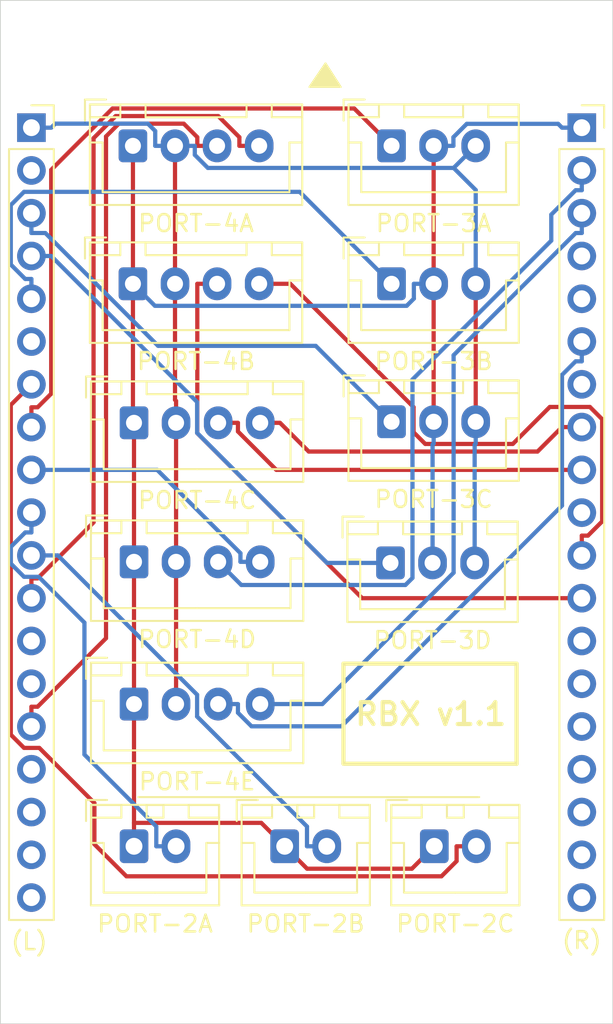
<source format=kicad_pcb>
(kicad_pcb (version 20171130) (host pcbnew "(5.1.6)-1")

  (general
    (thickness 1.6)
    (drawings 13)
    (tracks 174)
    (zones 0)
    (modules 14)
    (nets 20)
  )

  (page A4)
  (layers
    (0 F.Cu signal)
    (31 B.Cu signal)
    (32 B.Adhes user)
    (33 F.Adhes user)
    (34 B.Paste user)
    (35 F.Paste user)
    (36 B.SilkS user)
    (37 F.SilkS user)
    (38 B.Mask user)
    (39 F.Mask user)
    (40 Dwgs.User user)
    (41 Cmts.User user)
    (42 Eco1.User user)
    (43 Eco2.User user)
    (44 Edge.Cuts user)
    (45 Margin user)
    (46 B.CrtYd user)
    (47 F.CrtYd user)
    (48 B.Fab user)
    (49 F.Fab user)
  )

  (setup
    (last_trace_width 0.25)
    (trace_clearance 0.2)
    (zone_clearance 0.508)
    (zone_45_only no)
    (trace_min 0.2)
    (via_size 0.8)
    (via_drill 0.4)
    (via_min_size 0.4)
    (via_min_drill 0.3)
    (uvia_size 0.3)
    (uvia_drill 0.1)
    (uvias_allowed no)
    (uvia_min_size 0.2)
    (uvia_min_drill 0.1)
    (edge_width 0.05)
    (segment_width 0.2)
    (pcb_text_width 0.3)
    (pcb_text_size 1.5 1.5)
    (mod_edge_width 0.12)
    (mod_text_size 1 1)
    (mod_text_width 0.15)
    (pad_size 1.7 1.95)
    (pad_drill 0.95)
    (pad_to_mask_clearance 0.051)
    (solder_mask_min_width 0.25)
    (aux_axis_origin 0 0)
    (visible_elements 7FFBFFFF)
    (pcbplotparams
      (layerselection 0x010f0_ffffffff)
      (usegerberextensions true)
      (usegerberattributes false)
      (usegerberadvancedattributes false)
      (creategerberjobfile false)
      (excludeedgelayer true)
      (linewidth 0.100000)
      (plotframeref false)
      (viasonmask false)
      (mode 1)
      (useauxorigin false)
      (hpglpennumber 1)
      (hpglpenspeed 20)
      (hpglpendiameter 15.000000)
      (psnegative false)
      (psa4output false)
      (plotreference true)
      (plotvalue true)
      (plotinvisibletext false)
      (padsonsilk false)
      (subtractmaskfromsilk false)
      (outputformat 1)
      (mirror false)
      (drillshape 0)
      (scaleselection 1)
      (outputdirectory "gerbers/"))
  )

  (net 0 "")
  (net 1 /3V3)
  (net 2 "Net-(J1-Pad15)")
  (net 3 "Net-(J1-Pad12)")
  (net 4 /IO27)
  (net 5 /IO26)
  (net 6 "Net-(J1-Pad9)")
  (net 7 /IO16)
  (net 8 /IO17)
  (net 9 /IO18)
  (net 10 /IO19)
  (net 11 /IO21)
  (net 12 /IO22)
  (net 13 /IO23)
  (net 14 /GND)
  (net 15 /IO34)
  (net 16 /IO39)
  (net 17 /IO36)
  (net 18 /IO33)
  (net 19 /IO32)

  (net_class Default "This is the default net class."
    (clearance 0.2)
    (trace_width 0.25)
    (via_dia 0.8)
    (via_drill 0.4)
    (uvia_dia 0.3)
    (uvia_drill 0.1)
    (add_net /3V3)
    (add_net /GND)
    (add_net /IO16)
    (add_net /IO17)
    (add_net /IO18)
    (add_net /IO19)
    (add_net /IO21)
    (add_net /IO22)
    (add_net /IO23)
    (add_net /IO26)
    (add_net /IO27)
    (add_net /IO32)
    (add_net /IO33)
    (add_net /IO34)
    (add_net /IO36)
    (add_net /IO39)
    (add_net "Net-(J1-Pad12)")
    (add_net "Net-(J1-Pad15)")
    (add_net "Net-(J1-Pad9)")
  )

  (module Connector_JST:JST_XH_B2B-XH-A_1x02_P2.50mm_Vertical (layer F.Cu) (tedit 5C28146C) (tstamp 5F38B5AA)
    (at 76.962 121.285)
    (descr "JST XH series connector, B2B-XH-A (http://www.jst-mfg.com/product/pdf/eng/eXH.pdf), generated with kicad-footprint-generator")
    (tags "connector JST XH vertical")
    (path /5F3B2D50)
    (fp_text reference J3 (at 1.25 -3.55) (layer F.SilkS) hide
      (effects (font (size 1 1) (thickness 0.15)))
    )
    (fp_text value PORT-2A (at 1.25 4.6) (layer F.SilkS)
      (effects (font (size 1 1) (thickness 0.15)))
    )
    (fp_line (start -2.45 -2.35) (end -2.45 3.4) (layer F.Fab) (width 0.1))
    (fp_line (start -2.45 3.4) (end 4.95 3.4) (layer F.Fab) (width 0.1))
    (fp_line (start 4.95 3.4) (end 4.95 -2.35) (layer F.Fab) (width 0.1))
    (fp_line (start 4.95 -2.35) (end -2.45 -2.35) (layer F.Fab) (width 0.1))
    (fp_line (start -2.56 -2.46) (end -2.56 3.51) (layer F.SilkS) (width 0.12))
    (fp_line (start -2.56 3.51) (end 5.06 3.51) (layer F.SilkS) (width 0.12))
    (fp_line (start 5.06 3.51) (end 5.06 -2.46) (layer F.SilkS) (width 0.12))
    (fp_line (start 5.06 -2.46) (end -2.56 -2.46) (layer F.SilkS) (width 0.12))
    (fp_line (start -2.95 -2.85) (end -2.95 3.9) (layer F.CrtYd) (width 0.05))
    (fp_line (start -2.95 3.9) (end 5.45 3.9) (layer F.CrtYd) (width 0.05))
    (fp_line (start 5.45 3.9) (end 5.45 -2.85) (layer F.CrtYd) (width 0.05))
    (fp_line (start 5.45 -2.85) (end -2.95 -2.85) (layer F.CrtYd) (width 0.05))
    (fp_line (start -0.625 -2.35) (end 0 -1.35) (layer F.Fab) (width 0.1))
    (fp_line (start 0 -1.35) (end 0.625 -2.35) (layer F.Fab) (width 0.1))
    (fp_line (start 0.75 -2.45) (end 0.75 -1.7) (layer F.SilkS) (width 0.12))
    (fp_line (start 0.75 -1.7) (end 1.75 -1.7) (layer F.SilkS) (width 0.12))
    (fp_line (start 1.75 -1.7) (end 1.75 -2.45) (layer F.SilkS) (width 0.12))
    (fp_line (start 1.75 -2.45) (end 0.75 -2.45) (layer F.SilkS) (width 0.12))
    (fp_line (start -2.55 -2.45) (end -2.55 -1.7) (layer F.SilkS) (width 0.12))
    (fp_line (start -2.55 -1.7) (end -0.75 -1.7) (layer F.SilkS) (width 0.12))
    (fp_line (start -0.75 -1.7) (end -0.75 -2.45) (layer F.SilkS) (width 0.12))
    (fp_line (start -0.75 -2.45) (end -2.55 -2.45) (layer F.SilkS) (width 0.12))
    (fp_line (start 3.25 -2.45) (end 3.25 -1.7) (layer F.SilkS) (width 0.12))
    (fp_line (start 3.25 -1.7) (end 5.05 -1.7) (layer F.SilkS) (width 0.12))
    (fp_line (start 5.05 -1.7) (end 5.05 -2.45) (layer F.SilkS) (width 0.12))
    (fp_line (start 5.05 -2.45) (end 3.25 -2.45) (layer F.SilkS) (width 0.12))
    (fp_line (start -2.55 -0.2) (end -1.8 -0.2) (layer F.SilkS) (width 0.12))
    (fp_line (start -1.8 -0.2) (end -1.8 2.75) (layer F.SilkS) (width 0.12))
    (fp_line (start -1.8 2.75) (end 1.25 2.75) (layer F.SilkS) (width 0.12))
    (fp_line (start 5.05 -0.2) (end 4.3 -0.2) (layer F.SilkS) (width 0.12))
    (fp_line (start 4.3 -0.2) (end 4.3 2.75) (layer F.SilkS) (width 0.12))
    (fp_line (start 4.3 2.75) (end 1.25 2.75) (layer F.SilkS) (width 0.12))
    (fp_line (start -1.6 -2.75) (end -2.85 -2.75) (layer F.SilkS) (width 0.12))
    (fp_line (start -2.85 -2.75) (end -2.85 -1.5) (layer F.SilkS) (width 0.12))
    (fp_text user %R (at 1.25 2.7) (layer F.Fab)
      (effects (font (size 1 1) (thickness 0.15)))
    )
    (pad 2 thru_hole oval (at 2.5 0) (size 1.7 2) (drill 1) (layers *.Cu *.Mask)
      (net 5 /IO26))
    (pad 1 thru_hole roundrect (at 0 0) (size 1.7 2) (drill 1) (layers *.Cu *.Mask) (roundrect_rratio 0.147059)
      (net 14 /GND))
    (model ${KISYS3DMOD}/Connector_JST.3dshapes/JST_XH_B2B-XH-A_1x02_P2.50mm_Vertical.wrl
      (at (xyz 0 0 0))
      (scale (xyz 1 1 1))
      (rotate (xyz 0 0 0))
    )
  )

  (module Connector_JST:JST_XH_B4B-XH-A_1x04_P2.50mm_Vertical (layer F.Cu) (tedit 5C28146C) (tstamp 5E29AC17)
    (at 76.962 96.139)
    (descr "JST XH series connector, B4B-XH-A (http://www.jst-mfg.com/product/pdf/eng/eXH.pdf), generated with kicad-footprint-generator")
    (tags "connector JST XH vertical")
    (path /5E3864A9)
    (fp_text reference J13 (at 3.75 -3.55) (layer F.SilkS) hide
      (effects (font (size 1 1) (thickness 0.15)))
    )
    (fp_text value PORT-4C (at 3.75 4.6) (layer F.SilkS)
      (effects (font (size 1 1) (thickness 0.15)))
    )
    (fp_line (start -2.45 -2.35) (end -2.45 3.4) (layer F.Fab) (width 0.1))
    (fp_line (start -2.45 3.4) (end 9.95 3.4) (layer F.Fab) (width 0.1))
    (fp_line (start 9.95 3.4) (end 9.95 -2.35) (layer F.Fab) (width 0.1))
    (fp_line (start 9.95 -2.35) (end -2.45 -2.35) (layer F.Fab) (width 0.1))
    (fp_line (start -2.56 -2.46) (end -2.56 3.51) (layer F.SilkS) (width 0.12))
    (fp_line (start -2.56 3.51) (end 10.06 3.51) (layer F.SilkS) (width 0.12))
    (fp_line (start 10.06 3.51) (end 10.06 -2.46) (layer F.SilkS) (width 0.12))
    (fp_line (start 10.06 -2.46) (end -2.56 -2.46) (layer F.SilkS) (width 0.12))
    (fp_line (start -2.95 -2.85) (end -2.95 3.9) (layer F.CrtYd) (width 0.05))
    (fp_line (start -2.95 3.9) (end 10.45 3.9) (layer F.CrtYd) (width 0.05))
    (fp_line (start 10.45 3.9) (end 10.45 -2.85) (layer F.CrtYd) (width 0.05))
    (fp_line (start 10.45 -2.85) (end -2.95 -2.85) (layer F.CrtYd) (width 0.05))
    (fp_line (start -0.625 -2.35) (end 0 -1.35) (layer F.Fab) (width 0.1))
    (fp_line (start 0 -1.35) (end 0.625 -2.35) (layer F.Fab) (width 0.1))
    (fp_line (start 0.75 -2.45) (end 0.75 -1.7) (layer F.SilkS) (width 0.12))
    (fp_line (start 0.75 -1.7) (end 6.75 -1.7) (layer F.SilkS) (width 0.12))
    (fp_line (start 6.75 -1.7) (end 6.75 -2.45) (layer F.SilkS) (width 0.12))
    (fp_line (start 6.75 -2.45) (end 0.75 -2.45) (layer F.SilkS) (width 0.12))
    (fp_line (start -2.55 -2.45) (end -2.55 -1.7) (layer F.SilkS) (width 0.12))
    (fp_line (start -2.55 -1.7) (end -0.75 -1.7) (layer F.SilkS) (width 0.12))
    (fp_line (start -0.75 -1.7) (end -0.75 -2.45) (layer F.SilkS) (width 0.12))
    (fp_line (start -0.75 -2.45) (end -2.55 -2.45) (layer F.SilkS) (width 0.12))
    (fp_line (start 8.25 -2.45) (end 8.25 -1.7) (layer F.SilkS) (width 0.12))
    (fp_line (start 8.25 -1.7) (end 10.05 -1.7) (layer F.SilkS) (width 0.12))
    (fp_line (start 10.05 -1.7) (end 10.05 -2.45) (layer F.SilkS) (width 0.12))
    (fp_line (start 10.05 -2.45) (end 8.25 -2.45) (layer F.SilkS) (width 0.12))
    (fp_line (start -2.55 -0.2) (end -1.8 -0.2) (layer F.SilkS) (width 0.12))
    (fp_line (start -1.8 -0.2) (end -1.8 2.75) (layer F.SilkS) (width 0.12))
    (fp_line (start -1.8 2.75) (end 3.75 2.75) (layer F.SilkS) (width 0.12))
    (fp_line (start 10.05 -0.2) (end 9.3 -0.2) (layer F.SilkS) (width 0.12))
    (fp_line (start 9.3 -0.2) (end 9.3 2.75) (layer F.SilkS) (width 0.12))
    (fp_line (start 9.3 2.75) (end 3.75 2.75) (layer F.SilkS) (width 0.12))
    (fp_line (start -1.6 -2.75) (end -2.85 -2.75) (layer F.SilkS) (width 0.12))
    (fp_line (start -2.85 -2.75) (end -2.85 -1.5) (layer F.SilkS) (width 0.12))
    (fp_text user %R (at 3.75 2.7) (layer F.Fab)
      (effects (font (size 1 1) (thickness 0.15)))
    )
    (pad 4 thru_hole oval (at 7.5 0) (size 1.7 1.95) (drill 0.95) (layers *.Cu *.Mask)
      (net 10 /IO19))
    (pad 3 thru_hole oval (at 5 0) (size 1.7 1.95) (drill 0.95) (layers *.Cu *.Mask)
      (net 9 /IO18))
    (pad 2 thru_hole oval (at 2.5 0) (size 1.7 1.95) (drill 0.95) (layers *.Cu *.Mask)
      (net 1 /3V3))
    (pad 1 thru_hole roundrect (at 0 0) (size 1.7 1.95) (drill 0.95) (layers *.Cu *.Mask) (roundrect_rratio 0.147059)
      (net 14 /GND))
    (model ${KISYS3DMOD}/Connector_JST.3dshapes/JST_XH_B4B-XH-A_1x04_P2.50mm_Vertical.wrl
      (at (xyz 0 0 0))
      (scale (xyz 1 1 1))
      (rotate (xyz 0 0 0))
    )
  )

  (module Connector_JST:JST_XH_B4B-XH-A_1x04_P2.50mm_Vertical (layer F.Cu) (tedit 5C28146C) (tstamp 5E29AC6D)
    (at 76.962 112.84)
    (descr "JST XH series connector, B4B-XH-A (http://www.jst-mfg.com/product/pdf/eng/eXH.pdf), generated with kicad-footprint-generator")
    (tags "connector JST XH vertical")
    (path /5E38E513)
    (fp_text reference J15 (at 3.75 -3.55) (layer F.SilkS) hide
      (effects (font (size 1 1) (thickness 0.15)))
    )
    (fp_text value PORT-4E (at 3.75 4.6) (layer F.SilkS)
      (effects (font (size 1 1) (thickness 0.15)))
    )
    (fp_line (start -2.45 -2.35) (end -2.45 3.4) (layer F.Fab) (width 0.1))
    (fp_line (start -2.45 3.4) (end 9.95 3.4) (layer F.Fab) (width 0.1))
    (fp_line (start 9.95 3.4) (end 9.95 -2.35) (layer F.Fab) (width 0.1))
    (fp_line (start 9.95 -2.35) (end -2.45 -2.35) (layer F.Fab) (width 0.1))
    (fp_line (start -2.56 -2.46) (end -2.56 3.51) (layer F.SilkS) (width 0.12))
    (fp_line (start -2.56 3.51) (end 10.06 3.51) (layer F.SilkS) (width 0.12))
    (fp_line (start 10.06 3.51) (end 10.06 -2.46) (layer F.SilkS) (width 0.12))
    (fp_line (start 10.06 -2.46) (end -2.56 -2.46) (layer F.SilkS) (width 0.12))
    (fp_line (start -2.95 -2.85) (end -2.95 3.9) (layer F.CrtYd) (width 0.05))
    (fp_line (start -2.95 3.9) (end 10.45 3.9) (layer F.CrtYd) (width 0.05))
    (fp_line (start 10.45 3.9) (end 10.45 -2.85) (layer F.CrtYd) (width 0.05))
    (fp_line (start 10.45 -2.85) (end -2.95 -2.85) (layer F.CrtYd) (width 0.05))
    (fp_line (start -0.625 -2.35) (end 0 -1.35) (layer F.Fab) (width 0.1))
    (fp_line (start 0 -1.35) (end 0.625 -2.35) (layer F.Fab) (width 0.1))
    (fp_line (start 0.75 -2.45) (end 0.75 -1.7) (layer F.SilkS) (width 0.12))
    (fp_line (start 0.75 -1.7) (end 6.75 -1.7) (layer F.SilkS) (width 0.12))
    (fp_line (start 6.75 -1.7) (end 6.75 -2.45) (layer F.SilkS) (width 0.12))
    (fp_line (start 6.75 -2.45) (end 0.75 -2.45) (layer F.SilkS) (width 0.12))
    (fp_line (start -2.55 -2.45) (end -2.55 -1.7) (layer F.SilkS) (width 0.12))
    (fp_line (start -2.55 -1.7) (end -0.75 -1.7) (layer F.SilkS) (width 0.12))
    (fp_line (start -0.75 -1.7) (end -0.75 -2.45) (layer F.SilkS) (width 0.12))
    (fp_line (start -0.75 -2.45) (end -2.55 -2.45) (layer F.SilkS) (width 0.12))
    (fp_line (start 8.25 -2.45) (end 8.25 -1.7) (layer F.SilkS) (width 0.12))
    (fp_line (start 8.25 -1.7) (end 10.05 -1.7) (layer F.SilkS) (width 0.12))
    (fp_line (start 10.05 -1.7) (end 10.05 -2.45) (layer F.SilkS) (width 0.12))
    (fp_line (start 10.05 -2.45) (end 8.25 -2.45) (layer F.SilkS) (width 0.12))
    (fp_line (start -2.55 -0.2) (end -1.8 -0.2) (layer F.SilkS) (width 0.12))
    (fp_line (start -1.8 -0.2) (end -1.8 2.75) (layer F.SilkS) (width 0.12))
    (fp_line (start -1.8 2.75) (end 3.75 2.75) (layer F.SilkS) (width 0.12))
    (fp_line (start 10.05 -0.2) (end 9.3 -0.2) (layer F.SilkS) (width 0.12))
    (fp_line (start 9.3 -0.2) (end 9.3 2.75) (layer F.SilkS) (width 0.12))
    (fp_line (start 9.3 2.75) (end 3.75 2.75) (layer F.SilkS) (width 0.12))
    (fp_line (start -1.6 -2.75) (end -2.85 -2.75) (layer F.SilkS) (width 0.12))
    (fp_line (start -2.85 -2.75) (end -2.85 -1.5) (layer F.SilkS) (width 0.12))
    (fp_text user %R (at 3.75 2.7) (layer F.Fab)
      (effects (font (size 1 1) (thickness 0.15)))
    )
    (pad 4 thru_hole oval (at 7.5 0) (size 1.7 1.95) (drill 0.95) (layers *.Cu *.Mask)
      (net 12 /IO22))
    (pad 3 thru_hole oval (at 5 0) (size 1.7 1.95) (drill 0.95) (layers *.Cu *.Mask)
      (net 11 /IO21))
    (pad 2 thru_hole oval (at 2.5 0) (size 1.7 1.95) (drill 0.95) (layers *.Cu *.Mask)
      (net 1 /3V3))
    (pad 1 thru_hole roundrect (at 0 0) (size 1.7 1.95) (drill 0.95) (layers *.Cu *.Mask) (roundrect_rratio 0.147059)
      (net 14 /GND))
    (model ${KISYS3DMOD}/Connector_JST.3dshapes/JST_XH_B4B-XH-A_1x04_P2.50mm_Vertical.wrl
      (at (xyz 0 0 0))
      (scale (xyz 1 1 1))
      (rotate (xyz 0 0 0))
    )
  )

  (module Connector_JST:JST_XH_B4B-XH-A_1x04_P2.50mm_Vertical (layer F.Cu) (tedit 5C28146C) (tstamp 5E29AC42)
    (at 76.962 104.394)
    (descr "JST XH series connector, B4B-XH-A (http://www.jst-mfg.com/product/pdf/eng/eXH.pdf), generated with kicad-footprint-generator")
    (tags "connector JST XH vertical")
    (path /5E386AB4)
    (fp_text reference J14 (at 3.75 -3.55) (layer F.SilkS) hide
      (effects (font (size 1 1) (thickness 0.15)))
    )
    (fp_text value PORT-4D (at 3.75 4.6) (layer F.SilkS)
      (effects (font (size 1 1) (thickness 0.15)))
    )
    (fp_line (start -2.45 -2.35) (end -2.45 3.4) (layer F.Fab) (width 0.1))
    (fp_line (start -2.45 3.4) (end 9.95 3.4) (layer F.Fab) (width 0.1))
    (fp_line (start 9.95 3.4) (end 9.95 -2.35) (layer F.Fab) (width 0.1))
    (fp_line (start 9.95 -2.35) (end -2.45 -2.35) (layer F.Fab) (width 0.1))
    (fp_line (start -2.56 -2.46) (end -2.56 3.51) (layer F.SilkS) (width 0.12))
    (fp_line (start -2.56 3.51) (end 10.06 3.51) (layer F.SilkS) (width 0.12))
    (fp_line (start 10.06 3.51) (end 10.06 -2.46) (layer F.SilkS) (width 0.12))
    (fp_line (start 10.06 -2.46) (end -2.56 -2.46) (layer F.SilkS) (width 0.12))
    (fp_line (start -2.95 -2.85) (end -2.95 3.9) (layer F.CrtYd) (width 0.05))
    (fp_line (start -2.95 3.9) (end 10.45 3.9) (layer F.CrtYd) (width 0.05))
    (fp_line (start 10.45 3.9) (end 10.45 -2.85) (layer F.CrtYd) (width 0.05))
    (fp_line (start 10.45 -2.85) (end -2.95 -2.85) (layer F.CrtYd) (width 0.05))
    (fp_line (start -0.625 -2.35) (end 0 -1.35) (layer F.Fab) (width 0.1))
    (fp_line (start 0 -1.35) (end 0.625 -2.35) (layer F.Fab) (width 0.1))
    (fp_line (start 0.75 -2.45) (end 0.75 -1.7) (layer F.SilkS) (width 0.12))
    (fp_line (start 0.75 -1.7) (end 6.75 -1.7) (layer F.SilkS) (width 0.12))
    (fp_line (start 6.75 -1.7) (end 6.75 -2.45) (layer F.SilkS) (width 0.12))
    (fp_line (start 6.75 -2.45) (end 0.75 -2.45) (layer F.SilkS) (width 0.12))
    (fp_line (start -2.55 -2.45) (end -2.55 -1.7) (layer F.SilkS) (width 0.12))
    (fp_line (start -2.55 -1.7) (end -0.75 -1.7) (layer F.SilkS) (width 0.12))
    (fp_line (start -0.75 -1.7) (end -0.75 -2.45) (layer F.SilkS) (width 0.12))
    (fp_line (start -0.75 -2.45) (end -2.55 -2.45) (layer F.SilkS) (width 0.12))
    (fp_line (start 8.25 -2.45) (end 8.25 -1.7) (layer F.SilkS) (width 0.12))
    (fp_line (start 8.25 -1.7) (end 10.05 -1.7) (layer F.SilkS) (width 0.12))
    (fp_line (start 10.05 -1.7) (end 10.05 -2.45) (layer F.SilkS) (width 0.12))
    (fp_line (start 10.05 -2.45) (end 8.25 -2.45) (layer F.SilkS) (width 0.12))
    (fp_line (start -2.55 -0.2) (end -1.8 -0.2) (layer F.SilkS) (width 0.12))
    (fp_line (start -1.8 -0.2) (end -1.8 2.75) (layer F.SilkS) (width 0.12))
    (fp_line (start -1.8 2.75) (end 3.75 2.75) (layer F.SilkS) (width 0.12))
    (fp_line (start 10.05 -0.2) (end 9.3 -0.2) (layer F.SilkS) (width 0.12))
    (fp_line (start 9.3 -0.2) (end 9.3 2.75) (layer F.SilkS) (width 0.12))
    (fp_line (start 9.3 2.75) (end 3.75 2.75) (layer F.SilkS) (width 0.12))
    (fp_line (start -1.6 -2.75) (end -2.85 -2.75) (layer F.SilkS) (width 0.12))
    (fp_line (start -2.85 -2.75) (end -2.85 -1.5) (layer F.SilkS) (width 0.12))
    (fp_text user %R (at 3.75 2.7) (layer F.Fab)
      (effects (font (size 1 1) (thickness 0.15)))
    )
    (pad 4 thru_hole oval (at 7.5 0) (size 1.7 1.95) (drill 0.95) (layers *.Cu *.Mask)
      (net 6 "Net-(J1-Pad9)"))
    (pad 3 thru_hole oval (at 5 0) (size 1.7 1.95) (drill 0.95) (layers *.Cu *.Mask)
      (net 13 /IO23))
    (pad 2 thru_hole oval (at 2.5 0) (size 1.7 1.95) (drill 0.95) (layers *.Cu *.Mask)
      (net 1 /3V3))
    (pad 1 thru_hole roundrect (at 0 0) (size 1.7 1.95) (drill 0.95) (layers *.Cu *.Mask) (roundrect_rratio 0.147059)
      (net 14 /GND))
    (model ${KISYS3DMOD}/Connector_JST.3dshapes/JST_XH_B4B-XH-A_1x04_P2.50mm_Vertical.wrl
      (at (xyz 0 0 0))
      (scale (xyz 1 1 1))
      (rotate (xyz 0 0 0))
    )
  )

  (module Connector_JST:JST_XH_B4B-XH-A_1x04_P2.50mm_Vertical (layer F.Cu) (tedit 5C28146C) (tstamp 5F38D723)
    (at 76.8985 87.884)
    (descr "JST XH series connector, B4B-XH-A (http://www.jst-mfg.com/product/pdf/eng/eXH.pdf), generated with kicad-footprint-generator")
    (tags "connector JST XH vertical")
    (path /5E37F2C7)
    (fp_text reference J12 (at 3.75 -3.55) (layer F.SilkS) hide
      (effects (font (size 1 1) (thickness 0.15)))
    )
    (fp_text value PORT-4B (at 3.75 4.6) (layer F.SilkS)
      (effects (font (size 1 1) (thickness 0.15)))
    )
    (fp_line (start -2.45 -2.35) (end -2.45 3.4) (layer F.Fab) (width 0.1))
    (fp_line (start -2.45 3.4) (end 9.95 3.4) (layer F.Fab) (width 0.1))
    (fp_line (start 9.95 3.4) (end 9.95 -2.35) (layer F.Fab) (width 0.1))
    (fp_line (start 9.95 -2.35) (end -2.45 -2.35) (layer F.Fab) (width 0.1))
    (fp_line (start -2.56 -2.46) (end -2.56 3.51) (layer F.SilkS) (width 0.12))
    (fp_line (start -2.56 3.51) (end 10.06 3.51) (layer F.SilkS) (width 0.12))
    (fp_line (start 10.06 3.51) (end 10.06 -2.46) (layer F.SilkS) (width 0.12))
    (fp_line (start 10.06 -2.46) (end -2.56 -2.46) (layer F.SilkS) (width 0.12))
    (fp_line (start -2.95 -2.85) (end -2.95 3.9) (layer F.CrtYd) (width 0.05))
    (fp_line (start -2.95 3.9) (end 10.45 3.9) (layer F.CrtYd) (width 0.05))
    (fp_line (start 10.45 3.9) (end 10.45 -2.85) (layer F.CrtYd) (width 0.05))
    (fp_line (start 10.45 -2.85) (end -2.95 -2.85) (layer F.CrtYd) (width 0.05))
    (fp_line (start -0.625 -2.35) (end 0 -1.35) (layer F.Fab) (width 0.1))
    (fp_line (start 0 -1.35) (end 0.625 -2.35) (layer F.Fab) (width 0.1))
    (fp_line (start 0.75 -2.45) (end 0.75 -1.7) (layer F.SilkS) (width 0.12))
    (fp_line (start 0.75 -1.7) (end 6.75 -1.7) (layer F.SilkS) (width 0.12))
    (fp_line (start 6.75 -1.7) (end 6.75 -2.45) (layer F.SilkS) (width 0.12))
    (fp_line (start 6.75 -2.45) (end 0.75 -2.45) (layer F.SilkS) (width 0.12))
    (fp_line (start -2.55 -2.45) (end -2.55 -1.7) (layer F.SilkS) (width 0.12))
    (fp_line (start -2.55 -1.7) (end -0.75 -1.7) (layer F.SilkS) (width 0.12))
    (fp_line (start -0.75 -1.7) (end -0.75 -2.45) (layer F.SilkS) (width 0.12))
    (fp_line (start -0.75 -2.45) (end -2.55 -2.45) (layer F.SilkS) (width 0.12))
    (fp_line (start 8.25 -2.45) (end 8.25 -1.7) (layer F.SilkS) (width 0.12))
    (fp_line (start 8.25 -1.7) (end 10.05 -1.7) (layer F.SilkS) (width 0.12))
    (fp_line (start 10.05 -1.7) (end 10.05 -2.45) (layer F.SilkS) (width 0.12))
    (fp_line (start 10.05 -2.45) (end 8.25 -2.45) (layer F.SilkS) (width 0.12))
    (fp_line (start -2.55 -0.2) (end -1.8 -0.2) (layer F.SilkS) (width 0.12))
    (fp_line (start -1.8 -0.2) (end -1.8 2.75) (layer F.SilkS) (width 0.12))
    (fp_line (start -1.8 2.75) (end 3.75 2.75) (layer F.SilkS) (width 0.12))
    (fp_line (start 10.05 -0.2) (end 9.3 -0.2) (layer F.SilkS) (width 0.12))
    (fp_line (start 9.3 -0.2) (end 9.3 2.75) (layer F.SilkS) (width 0.12))
    (fp_line (start 9.3 2.75) (end 3.75 2.75) (layer F.SilkS) (width 0.12))
    (fp_line (start -1.6 -2.75) (end -2.85 -2.75) (layer F.SilkS) (width 0.12))
    (fp_line (start -2.85 -2.75) (end -2.85 -1.5) (layer F.SilkS) (width 0.12))
    (fp_text user %R (at 3.75 2.7) (layer F.Fab)
      (effects (font (size 1 1) (thickness 0.15)))
    )
    (pad 4 thru_hole oval (at 7.5 0) (size 1.7 1.95) (drill 0.95) (layers *.Cu *.Mask)
      (net 8 /IO17))
    (pad 3 thru_hole oval (at 5 0) (size 1.7 1.95) (drill 0.95) (layers *.Cu *.Mask)
      (net 7 /IO16))
    (pad 2 thru_hole oval (at 2.5 0) (size 1.7 1.95) (drill 0.95) (layers *.Cu *.Mask)
      (net 1 /3V3))
    (pad 1 thru_hole roundrect (at 0 0) (size 1.7 1.95) (drill 0.95) (layers *.Cu *.Mask) (roundrect_rratio 0.147059)
      (net 14 /GND))
    (model ${KISYS3DMOD}/Connector_JST.3dshapes/JST_XH_B4B-XH-A_1x04_P2.50mm_Vertical.wrl
      (at (xyz 0 0 0))
      (scale (xyz 1 1 1))
      (rotate (xyz 0 0 0))
    )
  )

  (module Connector_JST:JST_XH_B4B-XH-A_1x04_P2.50mm_Vertical (layer F.Cu) (tedit 5C28146C) (tstamp 5E29ABC1)
    (at 76.8985 79.6925)
    (descr "JST XH series connector, B4B-XH-A (http://www.jst-mfg.com/product/pdf/eng/eXH.pdf), generated with kicad-footprint-generator")
    (tags "connector JST XH vertical")
    (path /5E37692A)
    (fp_text reference J11 (at 3.75 -3.55) (layer F.SilkS) hide
      (effects (font (size 1 1) (thickness 0.15)))
    )
    (fp_text value PORT-4A (at 3.75 4.6) (layer F.SilkS)
      (effects (font (size 1 1) (thickness 0.15)))
    )
    (fp_line (start -2.45 -2.35) (end -2.45 3.4) (layer F.Fab) (width 0.1))
    (fp_line (start -2.45 3.4) (end 9.95 3.4) (layer F.Fab) (width 0.1))
    (fp_line (start 9.95 3.4) (end 9.95 -2.35) (layer F.Fab) (width 0.1))
    (fp_line (start 9.95 -2.35) (end -2.45 -2.35) (layer F.Fab) (width 0.1))
    (fp_line (start -2.56 -2.46) (end -2.56 3.51) (layer F.SilkS) (width 0.12))
    (fp_line (start -2.56 3.51) (end 10.06 3.51) (layer F.SilkS) (width 0.12))
    (fp_line (start 10.06 3.51) (end 10.06 -2.46) (layer F.SilkS) (width 0.12))
    (fp_line (start 10.06 -2.46) (end -2.56 -2.46) (layer F.SilkS) (width 0.12))
    (fp_line (start -2.95 -2.85) (end -2.95 3.9) (layer F.CrtYd) (width 0.05))
    (fp_line (start -2.95 3.9) (end 10.45 3.9) (layer F.CrtYd) (width 0.05))
    (fp_line (start 10.45 3.9) (end 10.45 -2.85) (layer F.CrtYd) (width 0.05))
    (fp_line (start 10.45 -2.85) (end -2.95 -2.85) (layer F.CrtYd) (width 0.05))
    (fp_line (start -0.625 -2.35) (end 0 -1.35) (layer F.Fab) (width 0.1))
    (fp_line (start 0 -1.35) (end 0.625 -2.35) (layer F.Fab) (width 0.1))
    (fp_line (start 0.75 -2.45) (end 0.75 -1.7) (layer F.SilkS) (width 0.12))
    (fp_line (start 0.75 -1.7) (end 6.75 -1.7) (layer F.SilkS) (width 0.12))
    (fp_line (start 6.75 -1.7) (end 6.75 -2.45) (layer F.SilkS) (width 0.12))
    (fp_line (start 6.75 -2.45) (end 0.75 -2.45) (layer F.SilkS) (width 0.12))
    (fp_line (start -2.55 -2.45) (end -2.55 -1.7) (layer F.SilkS) (width 0.12))
    (fp_line (start -2.55 -1.7) (end -0.75 -1.7) (layer F.SilkS) (width 0.12))
    (fp_line (start -0.75 -1.7) (end -0.75 -2.45) (layer F.SilkS) (width 0.12))
    (fp_line (start -0.75 -2.45) (end -2.55 -2.45) (layer F.SilkS) (width 0.12))
    (fp_line (start 8.25 -2.45) (end 8.25 -1.7) (layer F.SilkS) (width 0.12))
    (fp_line (start 8.25 -1.7) (end 10.05 -1.7) (layer F.SilkS) (width 0.12))
    (fp_line (start 10.05 -1.7) (end 10.05 -2.45) (layer F.SilkS) (width 0.12))
    (fp_line (start 10.05 -2.45) (end 8.25 -2.45) (layer F.SilkS) (width 0.12))
    (fp_line (start -2.55 -0.2) (end -1.8 -0.2) (layer F.SilkS) (width 0.12))
    (fp_line (start -1.8 -0.2) (end -1.8 2.75) (layer F.SilkS) (width 0.12))
    (fp_line (start -1.8 2.75) (end 3.75 2.75) (layer F.SilkS) (width 0.12))
    (fp_line (start 10.05 -0.2) (end 9.3 -0.2) (layer F.SilkS) (width 0.12))
    (fp_line (start 9.3 -0.2) (end 9.3 2.75) (layer F.SilkS) (width 0.12))
    (fp_line (start 9.3 2.75) (end 3.75 2.75) (layer F.SilkS) (width 0.12))
    (fp_line (start -1.6 -2.75) (end -2.85 -2.75) (layer F.SilkS) (width 0.12))
    (fp_line (start -2.85 -2.75) (end -2.85 -1.5) (layer F.SilkS) (width 0.12))
    (fp_text user %R (at 3.75 2.7) (layer F.Fab)
      (effects (font (size 1 1) (thickness 0.15)))
    )
    (pad 4 thru_hole oval (at 7.5 0) (size 1.7 1.95) (drill 0.95) (layers *.Cu *.Mask)
      (net 3 "Net-(J1-Pad12)"))
    (pad 3 thru_hole oval (at 5 0) (size 1.7 1.95) (drill 0.95) (layers *.Cu *.Mask)
      (net 2 "Net-(J1-Pad15)"))
    (pad 2 thru_hole oval (at 2.5 0) (size 1.7 1.95) (drill 0.95) (layers *.Cu *.Mask)
      (net 1 /3V3))
    (pad 1 thru_hole roundrect (at 0 0) (size 1.7 1.95) (drill 0.95) (layers *.Cu *.Mask) (roundrect_rratio 0.147059)
      (net 14 /GND))
    (model ${KISYS3DMOD}/Connector_JST.3dshapes/JST_XH_B4B-XH-A_1x04_P2.50mm_Vertical.wrl
      (at (xyz 0 0 0))
      (scale (xyz 1 1 1))
      (rotate (xyz 0 0 0))
    )
  )

  (module Connector_JST:JST_XH_B3B-XH-A_1x03_P2.50mm_Vertical (layer F.Cu) (tedit 5C28146C) (tstamp 5E29AB96)
    (at 92.202 104.458)
    (descr "JST XH series connector, B3B-XH-A (http://www.jst-mfg.com/product/pdf/eng/eXH.pdf), generated with kicad-footprint-generator")
    (tags "connector JST XH vertical")
    (path /5E3924EA)
    (fp_text reference J10 (at 2.5 -3.55) (layer F.SilkS) hide
      (effects (font (size 1 1) (thickness 0.15)))
    )
    (fp_text value PORT-3D (at 2.5 4.6) (layer F.SilkS)
      (effects (font (size 1 1) (thickness 0.15)))
    )
    (fp_line (start -2.45 -2.35) (end -2.45 3.4) (layer F.Fab) (width 0.1))
    (fp_line (start -2.45 3.4) (end 7.45 3.4) (layer F.Fab) (width 0.1))
    (fp_line (start 7.45 3.4) (end 7.45 -2.35) (layer F.Fab) (width 0.1))
    (fp_line (start 7.45 -2.35) (end -2.45 -2.35) (layer F.Fab) (width 0.1))
    (fp_line (start -2.56 -2.46) (end -2.56 3.51) (layer F.SilkS) (width 0.12))
    (fp_line (start -2.56 3.51) (end 7.56 3.51) (layer F.SilkS) (width 0.12))
    (fp_line (start 7.56 3.51) (end 7.56 -2.46) (layer F.SilkS) (width 0.12))
    (fp_line (start 7.56 -2.46) (end -2.56 -2.46) (layer F.SilkS) (width 0.12))
    (fp_line (start -2.95 -2.85) (end -2.95 3.9) (layer F.CrtYd) (width 0.05))
    (fp_line (start -2.95 3.9) (end 7.95 3.9) (layer F.CrtYd) (width 0.05))
    (fp_line (start 7.95 3.9) (end 7.95 -2.85) (layer F.CrtYd) (width 0.05))
    (fp_line (start 7.95 -2.85) (end -2.95 -2.85) (layer F.CrtYd) (width 0.05))
    (fp_line (start -0.625 -2.35) (end 0 -1.35) (layer F.Fab) (width 0.1))
    (fp_line (start 0 -1.35) (end 0.625 -2.35) (layer F.Fab) (width 0.1))
    (fp_line (start 0.75 -2.45) (end 0.75 -1.7) (layer F.SilkS) (width 0.12))
    (fp_line (start 0.75 -1.7) (end 4.25 -1.7) (layer F.SilkS) (width 0.12))
    (fp_line (start 4.25 -1.7) (end 4.25 -2.45) (layer F.SilkS) (width 0.12))
    (fp_line (start 4.25 -2.45) (end 0.75 -2.45) (layer F.SilkS) (width 0.12))
    (fp_line (start -2.55 -2.45) (end -2.55 -1.7) (layer F.SilkS) (width 0.12))
    (fp_line (start -2.55 -1.7) (end -0.75 -1.7) (layer F.SilkS) (width 0.12))
    (fp_line (start -0.75 -1.7) (end -0.75 -2.45) (layer F.SilkS) (width 0.12))
    (fp_line (start -0.75 -2.45) (end -2.55 -2.45) (layer F.SilkS) (width 0.12))
    (fp_line (start 5.75 -2.45) (end 5.75 -1.7) (layer F.SilkS) (width 0.12))
    (fp_line (start 5.75 -1.7) (end 7.55 -1.7) (layer F.SilkS) (width 0.12))
    (fp_line (start 7.55 -1.7) (end 7.55 -2.45) (layer F.SilkS) (width 0.12))
    (fp_line (start 7.55 -2.45) (end 5.75 -2.45) (layer F.SilkS) (width 0.12))
    (fp_line (start -2.55 -0.2) (end -1.8 -0.2) (layer F.SilkS) (width 0.12))
    (fp_line (start -1.8 -0.2) (end -1.8 2.75) (layer F.SilkS) (width 0.12))
    (fp_line (start -1.8 2.75) (end 2.5 2.75) (layer F.SilkS) (width 0.12))
    (fp_line (start 7.55 -0.2) (end 6.8 -0.2) (layer F.SilkS) (width 0.12))
    (fp_line (start 6.8 -0.2) (end 6.8 2.75) (layer F.SilkS) (width 0.12))
    (fp_line (start 6.8 2.75) (end 2.5 2.75) (layer F.SilkS) (width 0.12))
    (fp_line (start -1.6 -2.75) (end -2.85 -2.75) (layer F.SilkS) (width 0.12))
    (fp_line (start -2.85 -2.75) (end -2.85 -1.5) (layer F.SilkS) (width 0.12))
    (fp_text user %R (at 2.5 2.7) (layer F.Fab)
      (effects (font (size 1 1) (thickness 0.15)))
    )
    (pad 3 thru_hole oval (at 5 0) (size 1.7 1.95) (drill 0.95) (layers *.Cu *.Mask)
      (net 1 /3V3))
    (pad 2 thru_hole oval (at 2.5 0) (size 1.7 1.95) (drill 0.95) (layers *.Cu *.Mask)
      (net 14 /GND))
    (pad 1 thru_hole roundrect (at 0 0) (size 1.7 1.95) (drill 0.95) (layers *.Cu *.Mask) (roundrect_rratio 0.147059)
      (net 16 /IO39))
    (model ${KISYS3DMOD}/Connector_JST.3dshapes/JST_XH_B3B-XH-A_1x03_P2.50mm_Vertical.wrl
      (at (xyz 0 0 0))
      (scale (xyz 1 1 1))
      (rotate (xyz 0 0 0))
    )
  )

  (module Connector_JST:JST_XH_B3B-XH-A_1x03_P2.50mm_Vertical (layer F.Cu) (tedit 5C28146C) (tstamp 5E29AB6C)
    (at 92.2655 96.0755)
    (descr "JST XH series connector, B3B-XH-A (http://www.jst-mfg.com/product/pdf/eng/eXH.pdf), generated with kicad-footprint-generator")
    (tags "connector JST XH vertical")
    (path /5E372BD6)
    (fp_text reference J9 (at 2.5 -3.55) (layer F.SilkS) hide
      (effects (font (size 1 1) (thickness 0.15)))
    )
    (fp_text value PORT-3C (at 2.5 4.6) (layer F.SilkS)
      (effects (font (size 1 1) (thickness 0.15)))
    )
    (fp_line (start -2.45 -2.35) (end -2.45 3.4) (layer F.Fab) (width 0.1))
    (fp_line (start -2.45 3.4) (end 7.45 3.4) (layer F.Fab) (width 0.1))
    (fp_line (start 7.45 3.4) (end 7.45 -2.35) (layer F.Fab) (width 0.1))
    (fp_line (start 7.45 -2.35) (end -2.45 -2.35) (layer F.Fab) (width 0.1))
    (fp_line (start -2.56 -2.46) (end -2.56 3.51) (layer F.SilkS) (width 0.12))
    (fp_line (start -2.56 3.51) (end 7.56 3.51) (layer F.SilkS) (width 0.12))
    (fp_line (start 7.56 3.51) (end 7.56 -2.46) (layer F.SilkS) (width 0.12))
    (fp_line (start 7.56 -2.46) (end -2.56 -2.46) (layer F.SilkS) (width 0.12))
    (fp_line (start -2.95 -2.85) (end -2.95 3.9) (layer F.CrtYd) (width 0.05))
    (fp_line (start -2.95 3.9) (end 7.95 3.9) (layer F.CrtYd) (width 0.05))
    (fp_line (start 7.95 3.9) (end 7.95 -2.85) (layer F.CrtYd) (width 0.05))
    (fp_line (start 7.95 -2.85) (end -2.95 -2.85) (layer F.CrtYd) (width 0.05))
    (fp_line (start -0.625 -2.35) (end 0 -1.35) (layer F.Fab) (width 0.1))
    (fp_line (start 0 -1.35) (end 0.625 -2.35) (layer F.Fab) (width 0.1))
    (fp_line (start 0.75 -2.45) (end 0.75 -1.7) (layer F.SilkS) (width 0.12))
    (fp_line (start 0.75 -1.7) (end 4.25 -1.7) (layer F.SilkS) (width 0.12))
    (fp_line (start 4.25 -1.7) (end 4.25 -2.45) (layer F.SilkS) (width 0.12))
    (fp_line (start 4.25 -2.45) (end 0.75 -2.45) (layer F.SilkS) (width 0.12))
    (fp_line (start -2.55 -2.45) (end -2.55 -1.7) (layer F.SilkS) (width 0.12))
    (fp_line (start -2.55 -1.7) (end -0.75 -1.7) (layer F.SilkS) (width 0.12))
    (fp_line (start -0.75 -1.7) (end -0.75 -2.45) (layer F.SilkS) (width 0.12))
    (fp_line (start -0.75 -2.45) (end -2.55 -2.45) (layer F.SilkS) (width 0.12))
    (fp_line (start 5.75 -2.45) (end 5.75 -1.7) (layer F.SilkS) (width 0.12))
    (fp_line (start 5.75 -1.7) (end 7.55 -1.7) (layer F.SilkS) (width 0.12))
    (fp_line (start 7.55 -1.7) (end 7.55 -2.45) (layer F.SilkS) (width 0.12))
    (fp_line (start 7.55 -2.45) (end 5.75 -2.45) (layer F.SilkS) (width 0.12))
    (fp_line (start -2.55 -0.2) (end -1.8 -0.2) (layer F.SilkS) (width 0.12))
    (fp_line (start -1.8 -0.2) (end -1.8 2.75) (layer F.SilkS) (width 0.12))
    (fp_line (start -1.8 2.75) (end 2.5 2.75) (layer F.SilkS) (width 0.12))
    (fp_line (start 7.55 -0.2) (end 6.8 -0.2) (layer F.SilkS) (width 0.12))
    (fp_line (start 6.8 -0.2) (end 6.8 2.75) (layer F.SilkS) (width 0.12))
    (fp_line (start 6.8 2.75) (end 2.5 2.75) (layer F.SilkS) (width 0.12))
    (fp_line (start -1.6 -2.75) (end -2.85 -2.75) (layer F.SilkS) (width 0.12))
    (fp_line (start -2.85 -2.75) (end -2.85 -1.5) (layer F.SilkS) (width 0.12))
    (fp_text user %R (at 2.5 2.7) (layer F.Fab)
      (effects (font (size 1 1) (thickness 0.15)))
    )
    (pad 3 thru_hole oval (at 5 0) (size 1.7 1.95) (drill 0.95) (layers *.Cu *.Mask)
      (net 1 /3V3))
    (pad 2 thru_hole oval (at 2.5 0) (size 1.7 1.95) (drill 0.95) (layers *.Cu *.Mask)
      (net 14 /GND))
    (pad 1 thru_hole roundrect (at 0 0) (size 1.7 1.95) (drill 0.95) (layers *.Cu *.Mask) (roundrect_rratio 0.147059)
      (net 17 /IO36))
    (model ${KISYS3DMOD}/Connector_JST.3dshapes/JST_XH_B3B-XH-A_1x03_P2.50mm_Vertical.wrl
      (at (xyz 0 0 0))
      (scale (xyz 1 1 1))
      (rotate (xyz 0 0 0))
    )
  )

  (module Connector_JST:JST_XH_B3B-XH-A_1x03_P2.50mm_Vertical (layer F.Cu) (tedit 5C28146C) (tstamp 5E29AB42)
    (at 92.2655 87.884)
    (descr "JST XH series connector, B3B-XH-A (http://www.jst-mfg.com/product/pdf/eng/eXH.pdf), generated with kicad-footprint-generator")
    (tags "connector JST XH vertical")
    (path /5E36E5BE)
    (fp_text reference J8 (at 2.5 -3.55) (layer F.SilkS) hide
      (effects (font (size 1 1) (thickness 0.15)))
    )
    (fp_text value PORT-3B (at 2.5 4.6) (layer F.SilkS)
      (effects (font (size 1 1) (thickness 0.15)))
    )
    (fp_line (start -2.45 -2.35) (end -2.45 3.4) (layer F.Fab) (width 0.1))
    (fp_line (start -2.45 3.4) (end 7.45 3.4) (layer F.Fab) (width 0.1))
    (fp_line (start 7.45 3.4) (end 7.45 -2.35) (layer F.Fab) (width 0.1))
    (fp_line (start 7.45 -2.35) (end -2.45 -2.35) (layer F.Fab) (width 0.1))
    (fp_line (start -2.56 -2.46) (end -2.56 3.51) (layer F.SilkS) (width 0.12))
    (fp_line (start -2.56 3.51) (end 7.56 3.51) (layer F.SilkS) (width 0.12))
    (fp_line (start 7.56 3.51) (end 7.56 -2.46) (layer F.SilkS) (width 0.12))
    (fp_line (start 7.56 -2.46) (end -2.56 -2.46) (layer F.SilkS) (width 0.12))
    (fp_line (start -2.95 -2.85) (end -2.95 3.9) (layer F.CrtYd) (width 0.05))
    (fp_line (start -2.95 3.9) (end 7.95 3.9) (layer F.CrtYd) (width 0.05))
    (fp_line (start 7.95 3.9) (end 7.95 -2.85) (layer F.CrtYd) (width 0.05))
    (fp_line (start 7.95 -2.85) (end -2.95 -2.85) (layer F.CrtYd) (width 0.05))
    (fp_line (start -0.625 -2.35) (end 0 -1.35) (layer F.Fab) (width 0.1))
    (fp_line (start 0 -1.35) (end 0.625 -2.35) (layer F.Fab) (width 0.1))
    (fp_line (start 0.75 -2.45) (end 0.75 -1.7) (layer F.SilkS) (width 0.12))
    (fp_line (start 0.75 -1.7) (end 4.25 -1.7) (layer F.SilkS) (width 0.12))
    (fp_line (start 4.25 -1.7) (end 4.25 -2.45) (layer F.SilkS) (width 0.12))
    (fp_line (start 4.25 -2.45) (end 0.75 -2.45) (layer F.SilkS) (width 0.12))
    (fp_line (start -2.55 -2.45) (end -2.55 -1.7) (layer F.SilkS) (width 0.12))
    (fp_line (start -2.55 -1.7) (end -0.75 -1.7) (layer F.SilkS) (width 0.12))
    (fp_line (start -0.75 -1.7) (end -0.75 -2.45) (layer F.SilkS) (width 0.12))
    (fp_line (start -0.75 -2.45) (end -2.55 -2.45) (layer F.SilkS) (width 0.12))
    (fp_line (start 5.75 -2.45) (end 5.75 -1.7) (layer F.SilkS) (width 0.12))
    (fp_line (start 5.75 -1.7) (end 7.55 -1.7) (layer F.SilkS) (width 0.12))
    (fp_line (start 7.55 -1.7) (end 7.55 -2.45) (layer F.SilkS) (width 0.12))
    (fp_line (start 7.55 -2.45) (end 5.75 -2.45) (layer F.SilkS) (width 0.12))
    (fp_line (start -2.55 -0.2) (end -1.8 -0.2) (layer F.SilkS) (width 0.12))
    (fp_line (start -1.8 -0.2) (end -1.8 2.75) (layer F.SilkS) (width 0.12))
    (fp_line (start -1.8 2.75) (end 2.5 2.75) (layer F.SilkS) (width 0.12))
    (fp_line (start 7.55 -0.2) (end 6.8 -0.2) (layer F.SilkS) (width 0.12))
    (fp_line (start 6.8 -0.2) (end 6.8 2.75) (layer F.SilkS) (width 0.12))
    (fp_line (start 6.8 2.75) (end 2.5 2.75) (layer F.SilkS) (width 0.12))
    (fp_line (start -1.6 -2.75) (end -2.85 -2.75) (layer F.SilkS) (width 0.12))
    (fp_line (start -2.85 -2.75) (end -2.85 -1.5) (layer F.SilkS) (width 0.12))
    (fp_text user %R (at 2.5 2.7) (layer F.Fab)
      (effects (font (size 1 1) (thickness 0.15)))
    )
    (pad 3 thru_hole oval (at 5 0) (size 1.7 1.95) (drill 0.95) (layers *.Cu *.Mask)
      (net 1 /3V3))
    (pad 2 thru_hole oval (at 2.5 0) (size 1.7 1.95) (drill 0.95) (layers *.Cu *.Mask)
      (net 14 /GND))
    (pad 1 thru_hole roundrect (at 0 0) (size 1.7 1.95) (drill 0.95) (layers *.Cu *.Mask) (roundrect_rratio 0.147059)
      (net 15 /IO34))
    (model ${KISYS3DMOD}/Connector_JST.3dshapes/JST_XH_B3B-XH-A_1x03_P2.50mm_Vertical.wrl
      (at (xyz 0 0 0))
      (scale (xyz 1 1 1))
      (rotate (xyz 0 0 0))
    )
  )

  (module Connector_JST:JST_XH_B3B-XH-A_1x03_P2.50mm_Vertical (layer F.Cu) (tedit 5C28146C) (tstamp 5E29AB18)
    (at 92.2655 79.6925)
    (descr "JST XH series connector, B3B-XH-A (http://www.jst-mfg.com/product/pdf/eng/eXH.pdf), generated with kicad-footprint-generator")
    (tags "connector JST XH vertical")
    (path /5E365EED)
    (fp_text reference J7 (at 2.5 -3.55) (layer F.SilkS) hide
      (effects (font (size 1 1) (thickness 0.15)))
    )
    (fp_text value PORT-3A (at 2.5 4.6) (layer F.SilkS)
      (effects (font (size 1 1) (thickness 0.15)))
    )
    (fp_line (start -2.45 -2.35) (end -2.45 3.4) (layer F.Fab) (width 0.1))
    (fp_line (start -2.45 3.4) (end 7.45 3.4) (layer F.Fab) (width 0.1))
    (fp_line (start 7.45 3.4) (end 7.45 -2.35) (layer F.Fab) (width 0.1))
    (fp_line (start 7.45 -2.35) (end -2.45 -2.35) (layer F.Fab) (width 0.1))
    (fp_line (start -2.56 -2.46) (end -2.56 3.51) (layer F.SilkS) (width 0.12))
    (fp_line (start -2.56 3.51) (end 7.56 3.51) (layer F.SilkS) (width 0.12))
    (fp_line (start 7.56 3.51) (end 7.56 -2.46) (layer F.SilkS) (width 0.12))
    (fp_line (start 7.56 -2.46) (end -2.56 -2.46) (layer F.SilkS) (width 0.12))
    (fp_line (start -2.95 -2.85) (end -2.95 3.9) (layer F.CrtYd) (width 0.05))
    (fp_line (start -2.95 3.9) (end 7.95 3.9) (layer F.CrtYd) (width 0.05))
    (fp_line (start 7.95 3.9) (end 7.95 -2.85) (layer F.CrtYd) (width 0.05))
    (fp_line (start 7.95 -2.85) (end -2.95 -2.85) (layer F.CrtYd) (width 0.05))
    (fp_line (start -0.625 -2.35) (end 0 -1.35) (layer F.Fab) (width 0.1))
    (fp_line (start 0 -1.35) (end 0.625 -2.35) (layer F.Fab) (width 0.1))
    (fp_line (start 0.75 -2.45) (end 0.75 -1.7) (layer F.SilkS) (width 0.12))
    (fp_line (start 0.75 -1.7) (end 4.25 -1.7) (layer F.SilkS) (width 0.12))
    (fp_line (start 4.25 -1.7) (end 4.25 -2.45) (layer F.SilkS) (width 0.12))
    (fp_line (start 4.25 -2.45) (end 0.75 -2.45) (layer F.SilkS) (width 0.12))
    (fp_line (start -2.55 -2.45) (end -2.55 -1.7) (layer F.SilkS) (width 0.12))
    (fp_line (start -2.55 -1.7) (end -0.75 -1.7) (layer F.SilkS) (width 0.12))
    (fp_line (start -0.75 -1.7) (end -0.75 -2.45) (layer F.SilkS) (width 0.12))
    (fp_line (start -0.75 -2.45) (end -2.55 -2.45) (layer F.SilkS) (width 0.12))
    (fp_line (start 5.75 -2.45) (end 5.75 -1.7) (layer F.SilkS) (width 0.12))
    (fp_line (start 5.75 -1.7) (end 7.55 -1.7) (layer F.SilkS) (width 0.12))
    (fp_line (start 7.55 -1.7) (end 7.55 -2.45) (layer F.SilkS) (width 0.12))
    (fp_line (start 7.55 -2.45) (end 5.75 -2.45) (layer F.SilkS) (width 0.12))
    (fp_line (start -2.55 -0.2) (end -1.8 -0.2) (layer F.SilkS) (width 0.12))
    (fp_line (start -1.8 -0.2) (end -1.8 2.75) (layer F.SilkS) (width 0.12))
    (fp_line (start -1.8 2.75) (end 2.5 2.75) (layer F.SilkS) (width 0.12))
    (fp_line (start 7.55 -0.2) (end 6.8 -0.2) (layer F.SilkS) (width 0.12))
    (fp_line (start 6.8 -0.2) (end 6.8 2.75) (layer F.SilkS) (width 0.12))
    (fp_line (start 6.8 2.75) (end 2.5 2.75) (layer F.SilkS) (width 0.12))
    (fp_line (start -1.6 -2.75) (end -2.85 -2.75) (layer F.SilkS) (width 0.12))
    (fp_line (start -2.85 -2.75) (end -2.85 -1.5) (layer F.SilkS) (width 0.12))
    (fp_text user %R (at 2.5 2.7) (layer F.Fab)
      (effects (font (size 1 1) (thickness 0.15)))
    )
    (pad 3 thru_hole oval (at 5 0) (size 1.7 1.95) (drill 0.95) (layers *.Cu *.Mask)
      (net 1 /3V3))
    (pad 2 thru_hole oval (at 2.5 0) (size 1.7 1.95) (drill 0.95) (layers *.Cu *.Mask)
      (net 14 /GND))
    (pad 1 thru_hole roundrect (at 0 0) (size 1.7 1.95) (drill 0.95) (layers *.Cu *.Mask) (roundrect_rratio 0.147059)
      (net 18 /IO33))
    (model ${KISYS3DMOD}/Connector_JST.3dshapes/JST_XH_B3B-XH-A_1x03_P2.50mm_Vertical.wrl
      (at (xyz 0 0 0))
      (scale (xyz 1 1 1))
      (rotate (xyz 0 0 0))
    )
  )

  (module Connector_JST:JST_XH_B2B-XH-A_1x02_P2.50mm_Vertical (layer F.Cu) (tedit 5C28146C) (tstamp 5E29AAEE)
    (at 94.8055 121.285)
    (descr "JST XH series connector, B2B-XH-A (http://www.jst-mfg.com/product/pdf/eng/eXH.pdf), generated with kicad-footprint-generator")
    (tags "connector JST XH vertical")
    (path /5E35B82A)
    (fp_text reference J6 (at 1.25 -3.55) (layer F.SilkS) hide
      (effects (font (size 1 1) (thickness 0.15)))
    )
    (fp_text value PORT-2C (at 1.25 4.6) (layer F.SilkS)
      (effects (font (size 1 1) (thickness 0.15)))
    )
    (fp_line (start -2.45 -2.35) (end -2.45 3.4) (layer F.Fab) (width 0.1))
    (fp_line (start -2.45 3.4) (end 4.95 3.4) (layer F.Fab) (width 0.1))
    (fp_line (start 4.95 3.4) (end 4.95 -2.35) (layer F.Fab) (width 0.1))
    (fp_line (start 4.95 -2.35) (end -2.45 -2.35) (layer F.Fab) (width 0.1))
    (fp_line (start -2.56 -2.46) (end -2.56 3.51) (layer F.SilkS) (width 0.12))
    (fp_line (start -2.56 3.51) (end 5.06 3.51) (layer F.SilkS) (width 0.12))
    (fp_line (start 5.06 3.51) (end 5.06 -2.46) (layer F.SilkS) (width 0.12))
    (fp_line (start 5.06 -2.46) (end -2.56 -2.46) (layer F.SilkS) (width 0.12))
    (fp_line (start -2.95 -2.85) (end -2.95 3.9) (layer F.CrtYd) (width 0.05))
    (fp_line (start -2.95 3.9) (end 5.45 3.9) (layer F.CrtYd) (width 0.05))
    (fp_line (start 5.45 3.9) (end 5.45 -2.85) (layer F.CrtYd) (width 0.05))
    (fp_line (start 5.45 -2.85) (end -2.95 -2.85) (layer F.CrtYd) (width 0.05))
    (fp_line (start -0.625 -2.35) (end 0 -1.35) (layer F.Fab) (width 0.1))
    (fp_line (start 0 -1.35) (end 0.625 -2.35) (layer F.Fab) (width 0.1))
    (fp_line (start 0.75 -2.45) (end 0.75 -1.7) (layer F.SilkS) (width 0.12))
    (fp_line (start 0.75 -1.7) (end 1.75 -1.7) (layer F.SilkS) (width 0.12))
    (fp_line (start 1.75 -1.7) (end 1.75 -2.45) (layer F.SilkS) (width 0.12))
    (fp_line (start 1.75 -2.45) (end 0.75 -2.45) (layer F.SilkS) (width 0.12))
    (fp_line (start -2.55 -2.45) (end -2.55 -1.7) (layer F.SilkS) (width 0.12))
    (fp_line (start -2.55 -1.7) (end -0.75 -1.7) (layer F.SilkS) (width 0.12))
    (fp_line (start -0.75 -1.7) (end -0.75 -2.45) (layer F.SilkS) (width 0.12))
    (fp_line (start -0.75 -2.45) (end -2.55 -2.45) (layer F.SilkS) (width 0.12))
    (fp_line (start 3.25 -2.45) (end 3.25 -1.7) (layer F.SilkS) (width 0.12))
    (fp_line (start 3.25 -1.7) (end 5.05 -1.7) (layer F.SilkS) (width 0.12))
    (fp_line (start 5.05 -1.7) (end 5.05 -2.45) (layer F.SilkS) (width 0.12))
    (fp_line (start 5.05 -2.45) (end 3.25 -2.45) (layer F.SilkS) (width 0.12))
    (fp_line (start -2.55 -0.2) (end -1.8 -0.2) (layer F.SilkS) (width 0.12))
    (fp_line (start -1.8 -0.2) (end -1.8 2.75) (layer F.SilkS) (width 0.12))
    (fp_line (start -1.8 2.75) (end 1.25 2.75) (layer F.SilkS) (width 0.12))
    (fp_line (start 5.05 -0.2) (end 4.3 -0.2) (layer F.SilkS) (width 0.12))
    (fp_line (start 4.3 -0.2) (end 4.3 2.75) (layer F.SilkS) (width 0.12))
    (fp_line (start 4.3 2.75) (end 1.25 2.75) (layer F.SilkS) (width 0.12))
    (fp_line (start -1.6 -2.75) (end -2.85 -2.75) (layer F.SilkS) (width 0.12))
    (fp_line (start -2.85 -2.75) (end -2.85 -1.5) (layer F.SilkS) (width 0.12))
    (fp_text user %R (at 1.25 2.7 180) (layer F.Fab)
      (effects (font (size 1 1) (thickness 0.15)))
    )
    (pad 2 thru_hole oval (at 2.5 0) (size 1.7 2) (drill 1) (layers *.Cu *.Mask)
      (net 19 /IO32))
    (pad 1 thru_hole roundrect (at 0 0) (size 1.7 2) (drill 1) (layers *.Cu *.Mask) (roundrect_rratio 0.147059)
      (net 14 /GND))
    (model ${KISYS3DMOD}/Connector_JST.3dshapes/JST_XH_B2B-XH-A_1x02_P2.50mm_Vertical.wrl
      (at (xyz 0 0 0))
      (scale (xyz 1 1 1))
      (rotate (xyz 0 0 0))
    )
  )

  (module Connector_JST:JST_XH_B2B-XH-A_1x02_P2.50mm_Vertical (layer F.Cu) (tedit 5C28146C) (tstamp 5E29AAC5)
    (at 85.9155 121.285)
    (descr "JST XH series connector, B2B-XH-A (http://www.jst-mfg.com/product/pdf/eng/eXH.pdf), generated with kicad-footprint-generator")
    (tags "connector JST XH vertical")
    (path /5E35B4E7)
    (fp_text reference J5 (at 1.25 -3.55) (layer F.SilkS) hide
      (effects (font (size 1 1) (thickness 0.15)))
    )
    (fp_text value PORT-2B (at 1.25 4.6) (layer F.SilkS)
      (effects (font (size 1 1) (thickness 0.15)))
    )
    (fp_line (start -2.45 -2.35) (end -2.45 3.4) (layer F.Fab) (width 0.1))
    (fp_line (start -2.45 3.4) (end 4.95 3.4) (layer F.Fab) (width 0.1))
    (fp_line (start 4.95 3.4) (end 4.95 -2.35) (layer F.Fab) (width 0.1))
    (fp_line (start 4.95 -2.35) (end -2.45 -2.35) (layer F.Fab) (width 0.1))
    (fp_line (start -2.56 -2.46) (end -2.56 3.51) (layer F.SilkS) (width 0.12))
    (fp_line (start -2.56 3.51) (end 5.06 3.51) (layer F.SilkS) (width 0.12))
    (fp_line (start 5.06 3.51) (end 5.06 -2.46) (layer F.SilkS) (width 0.12))
    (fp_line (start 5.06 -2.46) (end -2.56 -2.46) (layer F.SilkS) (width 0.12))
    (fp_line (start -2.95 -2.85) (end -2.95 3.9) (layer F.CrtYd) (width 0.05))
    (fp_line (start -2.95 3.9) (end 5.45 3.9) (layer F.CrtYd) (width 0.05))
    (fp_line (start 5.45 3.9) (end 5.45 -2.85) (layer F.CrtYd) (width 0.05))
    (fp_line (start 5.45 -2.85) (end -2.95 -2.85) (layer F.CrtYd) (width 0.05))
    (fp_line (start -0.625 -2.35) (end 0 -1.35) (layer F.Fab) (width 0.1))
    (fp_line (start 0 -1.35) (end 0.625 -2.35) (layer F.Fab) (width 0.1))
    (fp_line (start 0.75 -2.45) (end 0.75 -1.7) (layer F.SilkS) (width 0.12))
    (fp_line (start 0.75 -1.7) (end 1.75 -1.7) (layer F.SilkS) (width 0.12))
    (fp_line (start 1.75 -1.7) (end 1.75 -2.45) (layer F.SilkS) (width 0.12))
    (fp_line (start 1.75 -2.45) (end 0.75 -2.45) (layer F.SilkS) (width 0.12))
    (fp_line (start -2.55 -2.45) (end -2.55 -1.7) (layer F.SilkS) (width 0.12))
    (fp_line (start -2.55 -1.7) (end -0.75 -1.7) (layer F.SilkS) (width 0.12))
    (fp_line (start -0.75 -1.7) (end -0.75 -2.45) (layer F.SilkS) (width 0.12))
    (fp_line (start -0.75 -2.45) (end -2.55 -2.45) (layer F.SilkS) (width 0.12))
    (fp_line (start 3.25 -2.45) (end 3.25 -1.7) (layer F.SilkS) (width 0.12))
    (fp_line (start 3.25 -1.7) (end 5.05 -1.7) (layer F.SilkS) (width 0.12))
    (fp_line (start 5.05 -1.7) (end 5.05 -2.45) (layer F.SilkS) (width 0.12))
    (fp_line (start 5.05 -2.45) (end 3.25 -2.45) (layer F.SilkS) (width 0.12))
    (fp_line (start -2.55 -0.2) (end -1.8 -0.2) (layer F.SilkS) (width 0.12))
    (fp_line (start -1.8 -0.2) (end -1.8 2.75) (layer F.SilkS) (width 0.12))
    (fp_line (start -1.8 2.75) (end 1.25 2.75) (layer F.SilkS) (width 0.12))
    (fp_line (start 5.05 -0.2) (end 4.3 -0.2) (layer F.SilkS) (width 0.12))
    (fp_line (start 4.3 -0.2) (end 4.3 2.75) (layer F.SilkS) (width 0.12))
    (fp_line (start 4.3 2.75) (end 1.25 2.75) (layer F.SilkS) (width 0.12))
    (fp_line (start -1.6 -2.75) (end -2.85 -2.75) (layer F.SilkS) (width 0.12))
    (fp_line (start -2.85 -2.75) (end -2.85 -1.5) (layer F.SilkS) (width 0.12))
    (fp_text user %R (at 1.25 2.7) (layer F.Fab)
      (effects (font (size 1 1) (thickness 0.15)))
    )
    (pad 2 thru_hole oval (at 2.5 0) (size 1.7 2) (drill 1) (layers *.Cu *.Mask)
      (net 4 /IO27))
    (pad 1 thru_hole roundrect (at 0 0) (size 1.7 2) (drill 1) (layers *.Cu *.Mask) (roundrect_rratio 0.147059)
      (net 14 /GND))
    (model ${KISYS3DMOD}/Connector_JST.3dshapes/JST_XH_B2B-XH-A_1x02_P2.50mm_Vertical.wrl
      (at (xyz 0 0 0))
      (scale (xyz 1 1 1))
      (rotate (xyz 0 0 0))
    )
  )

  (module Connector_PinSocket_2.54mm:PinSocket_1x19_P2.54mm_Vertical (layer F.Cu) (tedit 5A19A430) (tstamp 5E29AF84)
    (at 103.568 78.613)
    (descr "Through hole straight socket strip, 1x19, 2.54mm pitch, single row (from Kicad 4.0.7), script generated")
    (tags "Through hole socket strip THT 1x19 2.54mm single row")
    (path /5E275440)
    (fp_text reference J2 (at 0 -2.77) (layer F.SilkS) hide
      (effects (font (size 1 1) (thickness 0.15)))
    )
    (fp_text value "ESP32-WROOM-32D (R)" (at 3.175 22.225 -90) (layer F.SilkS) hide
      (effects (font (size 1 1) (thickness 0.15)))
    )
    (fp_line (start -1.27 -1.27) (end 0.635 -1.27) (layer F.Fab) (width 0.1))
    (fp_line (start 0.635 -1.27) (end 1.27 -0.635) (layer F.Fab) (width 0.1))
    (fp_line (start 1.27 -0.635) (end 1.27 46.99) (layer F.Fab) (width 0.1))
    (fp_line (start 1.27 46.99) (end -1.27 46.99) (layer F.Fab) (width 0.1))
    (fp_line (start -1.27 46.99) (end -1.27 -1.27) (layer F.Fab) (width 0.1))
    (fp_line (start -1.33 1.27) (end 1.33 1.27) (layer F.SilkS) (width 0.12))
    (fp_line (start -1.33 1.27) (end -1.33 47.05) (layer F.SilkS) (width 0.12))
    (fp_line (start -1.33 47.05) (end 1.33 47.05) (layer F.SilkS) (width 0.12))
    (fp_line (start 1.33 1.27) (end 1.33 47.05) (layer F.SilkS) (width 0.12))
    (fp_line (start 1.33 -1.33) (end 1.33 0) (layer F.SilkS) (width 0.12))
    (fp_line (start 0 -1.33) (end 1.33 -1.33) (layer F.SilkS) (width 0.12))
    (fp_line (start -1.8 -1.8) (end 1.75 -1.8) (layer F.CrtYd) (width 0.05))
    (fp_line (start 1.75 -1.8) (end 1.75 47.5) (layer F.CrtYd) (width 0.05))
    (fp_line (start 1.75 47.5) (end -1.8 47.5) (layer F.CrtYd) (width 0.05))
    (fp_line (start -1.8 47.5) (end -1.8 -1.8) (layer F.CrtYd) (width 0.05))
    (fp_text user %R (at 0 22.86 90) (layer F.Fab)
      (effects (font (size 1 1) (thickness 0.15)))
    )
    (pad 19 thru_hole oval (at 0 45.72) (size 1.7 1.7) (drill 1) (layers *.Cu *.Mask))
    (pad 18 thru_hole oval (at 0 43.18) (size 1.7 1.7) (drill 1) (layers *.Cu *.Mask))
    (pad 17 thru_hole oval (at 0 40.64) (size 1.7 1.7) (drill 1) (layers *.Cu *.Mask))
    (pad 16 thru_hole oval (at 0 38.1) (size 1.7 1.7) (drill 1) (layers *.Cu *.Mask))
    (pad 15 thru_hole oval (at 0 35.56) (size 1.7 1.7) (drill 1) (layers *.Cu *.Mask))
    (pad 14 thru_hole oval (at 0 33.02) (size 1.7 1.7) (drill 1) (layers *.Cu *.Mask))
    (pad 13 thru_hole oval (at 0 30.48) (size 1.7 1.7) (drill 1) (layers *.Cu *.Mask))
    (pad 12 thru_hole oval (at 0 27.94) (size 1.7 1.7) (drill 1) (layers *.Cu *.Mask)
      (net 7 /IO16))
    (pad 11 thru_hole oval (at 0 25.4) (size 1.7 1.7) (drill 1) (layers *.Cu *.Mask)
      (net 8 /IO17))
    (pad 10 thru_hole oval (at 0 22.86) (size 1.7 1.7) (drill 1) (layers *.Cu *.Mask))
    (pad 9 thru_hole oval (at 0 20.32) (size 1.7 1.7) (drill 1) (layers *.Cu *.Mask)
      (net 9 /IO18))
    (pad 8 thru_hole oval (at 0 17.78) (size 1.7 1.7) (drill 1) (layers *.Cu *.Mask)
      (net 10 /IO19))
    (pad 7 thru_hole oval (at 0 15.24) (size 1.7 1.7) (drill 1) (layers *.Cu *.Mask))
    (pad 6 thru_hole oval (at 0 12.7) (size 1.7 1.7) (drill 1) (layers *.Cu *.Mask)
      (net 11 /IO21))
    (pad 5 thru_hole oval (at 0 10.16) (size 1.7 1.7) (drill 1) (layers *.Cu *.Mask))
    (pad 4 thru_hole oval (at 0 7.62) (size 1.7 1.7) (drill 1) (layers *.Cu *.Mask))
    (pad 3 thru_hole oval (at 0 5.08) (size 1.7 1.7) (drill 1) (layers *.Cu *.Mask)
      (net 12 /IO22))
    (pad 2 thru_hole oval (at 0 2.54) (size 1.7 1.7) (drill 1) (layers *.Cu *.Mask)
      (net 13 /IO23))
    (pad 1 thru_hole rect (at 0 0) (size 1.7 1.7) (drill 1) (layers *.Cu *.Mask)
      (net 14 /GND))
    (model ${KISYS3DMOD}/Connector_PinSocket_2.54mm.3dshapes/PinSocket_1x19_P2.54mm_Vertical.wrl
      (at (xyz 0 0 0))
      (scale (xyz 1 1 1))
      (rotate (xyz 0 0 0))
    )
  )

  (module Connector_PinSocket_2.54mm:PinSocket_1x19_P2.54mm_Vertical (layer F.Cu) (tedit 5A19A430) (tstamp 5E29AA36)
    (at 70.866 78.613)
    (descr "Through hole straight socket strip, 1x19, 2.54mm pitch, single row (from Kicad 4.0.7), script generated")
    (tags "Through hole socket strip THT 1x19 2.54mm single row")
    (path /5E272FE1)
    (fp_text reference J1 (at 0 -2.77) (layer F.SilkS) hide
      (effects (font (size 1 1) (thickness 0.15)))
    )
    (fp_text value "ESP32-WROOM-32D (L)" (at -3.556 22.225 -90) (layer F.SilkS) hide
      (effects (font (size 1 1) (thickness 0.15)))
    )
    (fp_line (start -1.27 -1.27) (end 0.635 -1.27) (layer F.Fab) (width 0.1))
    (fp_line (start 0.635 -1.27) (end 1.27 -0.635) (layer F.Fab) (width 0.1))
    (fp_line (start 1.27 -0.635) (end 1.27 46.99) (layer F.Fab) (width 0.1))
    (fp_line (start 1.27 46.99) (end -1.27 46.99) (layer F.Fab) (width 0.1))
    (fp_line (start -1.27 46.99) (end -1.27 -1.27) (layer F.Fab) (width 0.1))
    (fp_line (start -1.33 1.27) (end 1.33 1.27) (layer F.SilkS) (width 0.12))
    (fp_line (start -1.33 1.27) (end -1.33 47.05) (layer F.SilkS) (width 0.12))
    (fp_line (start -1.33 47.05) (end 1.33 47.05) (layer F.SilkS) (width 0.12))
    (fp_line (start 1.33 1.27) (end 1.33 47.05) (layer F.SilkS) (width 0.12))
    (fp_line (start 1.33 -1.33) (end 1.33 0) (layer F.SilkS) (width 0.12))
    (fp_line (start 0 -1.33) (end 1.33 -1.33) (layer F.SilkS) (width 0.12))
    (fp_line (start -1.8 -1.8) (end 1.75 -1.8) (layer F.CrtYd) (width 0.05))
    (fp_line (start 1.75 -1.8) (end 1.75 47.5) (layer F.CrtYd) (width 0.05))
    (fp_line (start 1.75 47.5) (end -1.8 47.5) (layer F.CrtYd) (width 0.05))
    (fp_line (start -1.8 47.5) (end -1.8 -1.8) (layer F.CrtYd) (width 0.05))
    (fp_text user %R (at 0 22.86 90) (layer F.Fab)
      (effects (font (size 1 1) (thickness 0.15)))
    )
    (pad 19 thru_hole oval (at 0 45.72) (size 1.7 1.7) (drill 1) (layers *.Cu *.Mask))
    (pad 18 thru_hole oval (at 0 43.18) (size 1.7 1.7) (drill 1) (layers *.Cu *.Mask))
    (pad 17 thru_hole oval (at 0 40.64) (size 1.7 1.7) (drill 1) (layers *.Cu *.Mask))
    (pad 16 thru_hole oval (at 0 38.1) (size 1.7 1.7) (drill 1) (layers *.Cu *.Mask))
    (pad 15 thru_hole oval (at 0 35.56) (size 1.7 1.7) (drill 1) (layers *.Cu *.Mask)
      (net 2 "Net-(J1-Pad15)"))
    (pad 14 thru_hole oval (at 0 33.02) (size 1.7 1.7) (drill 1) (layers *.Cu *.Mask))
    (pad 13 thru_hole oval (at 0 30.48) (size 1.7 1.7) (drill 1) (layers *.Cu *.Mask))
    (pad 12 thru_hole oval (at 0 27.94) (size 1.7 1.7) (drill 1) (layers *.Cu *.Mask)
      (net 3 "Net-(J1-Pad12)"))
    (pad 11 thru_hole oval (at 0 25.4) (size 1.7 1.7) (drill 1) (layers *.Cu *.Mask)
      (net 4 /IO27))
    (pad 10 thru_hole oval (at 0 22.86) (size 1.7 1.7) (drill 1) (layers *.Cu *.Mask)
      (net 5 /IO26))
    (pad 9 thru_hole oval (at 0 20.32) (size 1.7 1.7) (drill 1) (layers *.Cu *.Mask)
      (net 6 "Net-(J1-Pad9)"))
    (pad 8 thru_hole oval (at 0 17.78) (size 1.7 1.7) (drill 1) (layers *.Cu *.Mask)
      (net 18 /IO33))
    (pad 7 thru_hole oval (at 0 15.24) (size 1.7 1.7) (drill 1) (layers *.Cu *.Mask)
      (net 19 /IO32))
    (pad 6 thru_hole oval (at 0 12.7) (size 1.7 1.7) (drill 1) (layers *.Cu *.Mask))
    (pad 5 thru_hole oval (at 0 10.16) (size 1.7 1.7) (drill 1) (layers *.Cu *.Mask)
      (net 15 /IO34))
    (pad 4 thru_hole oval (at 0 7.62) (size 1.7 1.7) (drill 1) (layers *.Cu *.Mask)
      (net 16 /IO39))
    (pad 3 thru_hole oval (at 0 5.08) (size 1.7 1.7) (drill 1) (layers *.Cu *.Mask)
      (net 17 /IO36))
    (pad 2 thru_hole oval (at 0 2.54) (size 1.7 1.7) (drill 1) (layers *.Cu *.Mask))
    (pad 1 thru_hole rect (at 0 0) (size 1.7 1.7) (drill 1) (layers *.Cu *.Mask)
      (net 1 /3V3))
    (model ${KISYS3DMOD}/Connector_PinSocket_2.54mm.3dshapes/PinSocket_1x19_P2.54mm_Vertical.wrl
      (at (xyz 0 0 0))
      (scale (xyz 1 1 1))
      (rotate (xyz 0 0 0))
    )
  )

  (gr_poly (pts (xy 89.2556 76.2) (xy 87.376 76.2) (xy 88.3412 74.7776)) (layer F.SilkS) (width 0.1))
  (gr_line (start 105.41 131.826) (end 69.0245 131.826) (layer Edge.Cuts) (width 0.05))
  (gr_text "(R)" (at 103.5685 126.873) (layer F.SilkS)
    (effects (font (size 1 1) (thickness 0.15)))
  )
  (gr_text "(L)\n" (at 70.739 126.9365) (layer F.SilkS)
    (effects (font (size 1 1) (thickness 0.15)))
  )
  (gr_line (start 77.216 118.364) (end 97.4725 118.364) (layer F.SilkS) (width 0.12))
  (gr_line (start 89.408 116.3828) (end 89.408 110.4392) (layer F.SilkS) (width 0.25) (tstamp 5F39FCA8))
  (gr_line (start 99.6188 116.3828) (end 89.408 116.3828) (layer F.SilkS) (width 0.25))
  (gr_line (start 99.695 110.4392) (end 99.695 116.3955) (layer F.SilkS) (width 0.25))
  (gr_line (start 89.408 110.4392) (end 99.695 110.4392) (layer F.SilkS) (width 0.25))
  (gr_text "RBX v1.1" (at 94.5896 113.4364) (layer F.SilkS)
    (effects (font (size 1.3 1.3) (thickness 0.25)))
  )
  (gr_line (start 69.0245 131.826) (end 69.0245 71.0565) (layer Edge.Cuts) (width 0.05))
  (gr_line (start 105.41 71.0565) (end 105.41 131.826) (layer Edge.Cuts) (width 0.05))
  (gr_line (start 69.0245 71.0565) (end 105.41 71.0565) (layer Edge.Cuts) (width 0.05))

  (segment (start 95.9551 81.0029) (end 97.2655 82.3133) (width 0.25) (layer B.Cu) (net 1))
  (segment (start 97.2655 82.3133) (end 97.2655 87.884) (width 0.25) (layer B.Cu) (net 1))
  (segment (start 97.2655 79.6925) (end 95.9551 81.0029) (width 0.25) (layer B.Cu) (net 1))
  (segment (start 79.462 104.394) (end 79.462 96.139) (width 0.25) (layer F.Cu) (net 1))
  (segment (start 79.462 112.84) (end 79.462 104.394) (width 0.25) (layer F.Cu) (net 1))
  (segment (start 97.2655 87.884) (end 97.2655 96.0755) (width 0.25) (layer F.Cu) (net 1))
  (segment (start 97.2655 96.0755) (end 97.2655 97.3758) (width 0.25) (layer B.Cu) (net 1))
  (segment (start 97.2655 97.3758) (end 97.202 97.4393) (width 0.25) (layer B.Cu) (net 1))
  (segment (start 97.202 97.4393) (end 97.202 104.458) (width 0.25) (layer B.Cu) (net 1))
  (segment (start 79.3985 79.6925) (end 80.5738 79.6925) (width 0.25) (layer B.Cu) (net 1))
  (segment (start 80.5738 79.6925) (end 80.5738 80.2281) (width 0.25) (layer B.Cu) (net 1))
  (segment (start 80.5738 80.2281) (end 81.3486 81.0029) (width 0.25) (layer B.Cu) (net 1))
  (segment (start 81.3486 81.0029) (end 95.9551 81.0029) (width 0.25) (layer B.Cu) (net 1))
  (segment (start 79.3985 79.6925) (end 79.3985 87.884) (width 0.25) (layer F.Cu) (net 1))
  (segment (start 79.3985 87.884) (end 79.3985 94.7752) (width 0.25) (layer F.Cu) (net 1))
  (segment (start 79.3985 94.7752) (end 79.462 94.8387) (width 0.25) (layer F.Cu) (net 1))
  (segment (start 79.462 94.8387) (end 79.462 96.139) (width 0.25) (layer F.Cu) (net 1))
  (segment (start 70.866 78.613) (end 72.0413 78.613) (width 0.25) (layer B.Cu) (net 1))
  (segment (start 72.0413 78.613) (end 72.2805 78.3738) (width 0.25) (layer B.Cu) (net 1))
  (segment (start 72.2805 78.3738) (end 77.786 78.3738) (width 0.25) (layer B.Cu) (net 1))
  (segment (start 77.786 78.3738) (end 78.2232 78.811) (width 0.25) (layer B.Cu) (net 1))
  (segment (start 78.2232 78.811) (end 78.2232 79.6925) (width 0.25) (layer B.Cu) (net 1))
  (segment (start 78.2232 79.6925) (end 79.3985 79.6925) (width 0.25) (layer B.Cu) (net 1))
  (segment (start 70.866 114.173) (end 70.866 112.998) (width 0.25) (layer F.Cu) (net 2))
  (segment (start 70.866 112.998) (end 71.2333 112.998) (width 0.25) (layer F.Cu) (net 2))
  (segment (start 71.2333 112.998) (end 75.2992 108.932) (width 0.25) (layer F.Cu) (net 2))
  (segment (start 75.2992 108.932) (end 75.2992 79.1332) (width 0.25) (layer F.Cu) (net 2))
  (segment (start 75.2992 79.1332) (end 76.0574 78.375) (width 0.25) (layer F.Cu) (net 2))
  (segment (start 76.0574 78.375) (end 79.9199 78.375) (width 0.25) (layer F.Cu) (net 2))
  (segment (start 79.9199 78.375) (end 80.7232 79.1783) (width 0.25) (layer F.Cu) (net 2))
  (segment (start 80.7232 79.1783) (end 80.7232 79.6925) (width 0.25) (layer F.Cu) (net 2))
  (segment (start 80.7232 79.6925) (end 81.8985 79.6925) (width 0.25) (layer F.Cu) (net 2))
  (segment (start 70.866 106.553) (end 70.866 105.378) (width 0.25) (layer F.Cu) (net 3))
  (segment (start 70.866 105.378) (end 71.2333 105.378) (width 0.25) (layer F.Cu) (net 3))
  (segment (start 71.2333 105.378) (end 74.5581 102.053) (width 0.25) (layer F.Cu) (net 3))
  (segment (start 74.5581 102.053) (end 74.5581 79.2374) (width 0.25) (layer F.Cu) (net 3))
  (segment (start 74.5581 79.2374) (end 75.8709 77.9246) (width 0.25) (layer F.Cu) (net 3))
  (segment (start 75.8709 77.9246) (end 81.9695 77.9246) (width 0.25) (layer F.Cu) (net 3))
  (segment (start 81.9695 77.9246) (end 83.2232 79.1783) (width 0.25) (layer F.Cu) (net 3))
  (segment (start 83.2232 79.1783) (end 83.2232 79.6925) (width 0.25) (layer F.Cu) (net 3))
  (segment (start 83.2232 79.6925) (end 84.3985 79.6925) (width 0.25) (layer F.Cu) (net 3))
  (segment (start 70.866 104.013) (end 72.4385 104.013) (width 0.25) (layer B.Cu) (net 4))
  (segment (start 72.4385 104.013) (end 80.712 112.286) (width 0.25) (layer B.Cu) (net 4))
  (segment (start 80.712 112.286) (end 80.712 113.582) (width 0.25) (layer B.Cu) (net 4))
  (segment (start 80.712 113.582) (end 87.2402 120.11) (width 0.25) (layer B.Cu) (net 4))
  (segment (start 87.2402 120.11) (end 87.2402 121.285) (width 0.25) (layer B.Cu) (net 4))
  (segment (start 87.2402 121.285) (end 88.4155 121.285) (width 0.25) (layer B.Cu) (net 4))
  (segment (start 70.866 101.473) (end 70.866 102.648) (width 0.25) (layer B.Cu) (net 5))
  (segment (start 70.866 102.648) (end 70.4987 102.648) (width 0.25) (layer B.Cu) (net 5))
  (segment (start 70.4987 102.648) (end 69.6419 103.505) (width 0.25) (layer B.Cu) (net 5))
  (segment (start 69.6419 103.505) (end 69.6419 104.497) (width 0.25) (layer B.Cu) (net 5))
  (segment (start 69.6419 104.497) (end 70.4275 105.283) (width 0.25) (layer B.Cu) (net 5))
  (segment (start 70.4275 105.283) (end 71.2952 105.283) (width 0.25) (layer B.Cu) (net 5))
  (segment (start 71.2952 105.283) (end 74.0171 108.005) (width 0.25) (layer B.Cu) (net 5))
  (segment (start 74.0171 108.005) (end 74.0171 115.84) (width 0.25) (layer B.Cu) (net 5))
  (segment (start 74.0171 115.84) (end 78.2867 120.11) (width 0.25) (layer B.Cu) (net 5))
  (segment (start 78.2867 120.11) (end 78.2867 121.285) (width 0.25) (layer B.Cu) (net 5))
  (segment (start 78.2867 121.285) (end 79.462 121.285) (width 0.25) (layer B.Cu) (net 5))
  (segment (start 70.866 98.933) (end 78.3399 98.933) (width 0.25) (layer B.Cu) (net 6))
  (segment (start 78.3399 98.933) (end 83.2867 103.88) (width 0.25) (layer B.Cu) (net 6))
  (segment (start 83.2867 103.88) (end 83.2867 104.394) (width 0.25) (layer B.Cu) (net 6))
  (segment (start 83.2867 104.394) (end 84.462 104.394) (width 0.25) (layer B.Cu) (net 6))
  (segment (start 103.568 106.553) (end 90.5178 106.553) (width 0.25) (layer F.Cu) (net 7))
  (segment (start 90.5178 106.553) (end 80.7232 96.7584) (width 0.25) (layer F.Cu) (net 7))
  (segment (start 80.7232 96.7584) (end 80.7232 87.884) (width 0.25) (layer F.Cu) (net 7))
  (segment (start 80.7232 87.884) (end 81.8985 87.884) (width 0.25) (layer F.Cu) (net 7))
  (segment (start 103.568 104.013) (end 103.568 102.838) (width 0.25) (layer F.Cu) (net 8))
  (segment (start 103.568 102.838) (end 103.935 102.838) (width 0.25) (layer F.Cu) (net 8))
  (segment (start 103.935 102.838) (end 104.779 101.994) (width 0.25) (layer F.Cu) (net 8))
  (segment (start 104.779 101.994) (end 104.779 95.9265) (width 0.25) (layer F.Cu) (net 8))
  (segment (start 104.779 95.9265) (end 104.05 95.1968) (width 0.25) (layer F.Cu) (net 8))
  (segment (start 104.05 95.1968) (end 101.667 95.1968) (width 0.25) (layer F.Cu) (net 8))
  (segment (start 101.667 95.1968) (end 99.4699 97.394) (width 0.25) (layer F.Cu) (net 8))
  (segment (start 99.4699 97.394) (end 94.268 97.394) (width 0.25) (layer F.Cu) (net 8))
  (segment (start 94.268 97.394) (end 93.5725 96.6985) (width 0.25) (layer F.Cu) (net 8))
  (segment (start 93.5725 96.6985) (end 93.5725 95.2069) (width 0.25) (layer F.Cu) (net 8))
  (segment (start 93.5725 95.2069) (end 86.2496 87.884) (width 0.25) (layer F.Cu) (net 8))
  (segment (start 86.2496 87.884) (end 84.3985 87.884) (width 0.25) (layer F.Cu) (net 8))
  (segment (start 103.568 98.933) (end 85.4171 98.933) (width 0.25) (layer F.Cu) (net 9))
  (segment (start 85.4171 98.933) (end 83.1373 96.6532) (width 0.25) (layer F.Cu) (net 9))
  (segment (start 83.1373 96.6532) (end 83.1373 96.139) (width 0.25) (layer F.Cu) (net 9))
  (segment (start 83.1373 96.139) (end 81.962 96.139) (width 0.25) (layer F.Cu) (net 9))
  (segment (start 103.568 96.393) (end 102.393 96.393) (width 0.25) (layer F.Cu) (net 10))
  (segment (start 102.393 96.393) (end 100.941 97.8444) (width 0.25) (layer F.Cu) (net 10))
  (segment (start 100.941 97.8444) (end 87.3427 97.8444) (width 0.25) (layer F.Cu) (net 10))
  (segment (start 87.3427 97.8444) (end 85.6373 96.139) (width 0.25) (layer F.Cu) (net 10))
  (segment (start 85.6373 96.139) (end 84.462 96.139) (width 0.25) (layer F.Cu) (net 10))
  (segment (start 103.568 91.313) (end 103.568 92.4883) (width 0.25) (layer B.Cu) (net 11))
  (segment (start 103.568 92.4883) (end 103.201 92.4883) (width 0.25) (layer B.Cu) (net 11))
  (segment (start 103.201 92.4883) (end 102.393 93.2962) (width 0.25) (layer B.Cu) (net 11))
  (segment (start 102.393 93.2962) (end 102.393 101.056) (width 0.25) (layer B.Cu) (net 11))
  (segment (start 102.393 101.056) (end 89.2858 114.162) (width 0.25) (layer B.Cu) (net 11))
  (segment (start 89.2858 114.162) (end 83.9455 114.162) (width 0.25) (layer B.Cu) (net 11))
  (segment (start 83.9455 114.162) (end 83.1373 113.354) (width 0.25) (layer B.Cu) (net 11))
  (segment (start 83.1373 113.354) (end 83.1373 112.84) (width 0.25) (layer B.Cu) (net 11))
  (segment (start 83.1373 112.84) (end 81.962 112.84) (width 0.25) (layer B.Cu) (net 11))
  (segment (start 103.568 83.693) (end 103.568 84.8683) (width 0.25) (layer B.Cu) (net 12))
  (segment (start 103.568 84.8683) (end 103.206 84.8683) (width 0.25) (layer B.Cu) (net 12))
  (segment (start 103.206 84.8683) (end 95.952 92.1223) (width 0.25) (layer B.Cu) (net 12))
  (segment (start 95.952 92.1223) (end 95.952 105.042) (width 0.25) (layer B.Cu) (net 12))
  (segment (start 95.952 105.042) (end 88.1545 112.84) (width 0.25) (layer B.Cu) (net 12))
  (segment (start 88.1545 112.84) (end 84.462 112.84) (width 0.25) (layer B.Cu) (net 12))
  (segment (start 103.568 81.153) (end 103.568 82.3283) (width 0.25) (layer B.Cu) (net 13))
  (segment (start 103.568 82.3283) (end 103.201 82.3283) (width 0.25) (layer B.Cu) (net 13))
  (segment (start 103.201 82.3283) (end 101.756 83.7731) (width 0.25) (layer B.Cu) (net 13))
  (segment (start 101.756 83.7731) (end 101.756 85.3196) (width 0.25) (layer B.Cu) (net 13))
  (segment (start 101.756 85.3196) (end 93.5089 93.5665) (width 0.25) (layer B.Cu) (net 13))
  (segment (start 93.5089 93.5665) (end 93.5089 105.35) (width 0.25) (layer B.Cu) (net 13))
  (segment (start 93.5089 105.35) (end 93.0887 105.77) (width 0.25) (layer B.Cu) (net 13))
  (segment (start 93.0887 105.77) (end 83.3383 105.77) (width 0.25) (layer B.Cu) (net 13))
  (segment (start 83.3383 105.77) (end 81.962 104.394) (width 0.25) (layer B.Cu) (net 13))
  (segment (start 103.568 78.613) (end 102.393 78.613) (width 0.25) (layer B.Cu) (net 14))
  (segment (start 102.393 78.613) (end 102.164 78.384) (width 0.25) (layer B.Cu) (net 14))
  (segment (start 102.164 78.384) (end 96.7351 78.384) (width 0.25) (layer B.Cu) (net 14))
  (segment (start 96.7351 78.384) (end 95.9408 79.1783) (width 0.25) (layer B.Cu) (net 14))
  (segment (start 95.9408 79.1783) (end 95.9408 79.6925) (width 0.25) (layer B.Cu) (net 14))
  (segment (start 95.9408 79.6925) (end 94.7655 79.6925) (width 0.25) (layer B.Cu) (net 14))
  (segment (start 76.962 112.84) (end 76.962 119.895) (width 0.25) (layer F.Cu) (net 14))
  (segment (start 76.962 119.895) (end 76.962 121.285) (width 0.25) (layer F.Cu) (net 14))
  (segment (start 76.962 119.895) (end 84.5259 119.895) (width 0.25) (layer F.Cu) (net 14))
  (segment (start 84.5259 119.895) (end 85.9155 121.285) (width 0.25) (layer F.Cu) (net 14))
  (segment (start 94.8055 121.285) (end 93.4739 122.617) (width 0.25) (layer F.Cu) (net 14))
  (segment (start 93.4739 122.617) (end 87.2471 122.617) (width 0.25) (layer F.Cu) (net 14))
  (segment (start 87.2471 122.617) (end 85.9155 121.285) (width 0.25) (layer F.Cu) (net 14))
  (segment (start 76.962 96.139) (end 76.8985 96.0755) (width 0.25) (layer F.Cu) (net 14))
  (segment (start 76.8985 96.0755) (end 76.8985 87.884) (width 0.25) (layer F.Cu) (net 14))
  (segment (start 76.8985 87.884) (end 76.8985 79.6925) (width 0.25) (layer F.Cu) (net 14))
  (segment (start 76.962 96.139) (end 76.962 104.394) (width 0.25) (layer F.Cu) (net 14))
  (segment (start 76.962 104.394) (end 76.962 112.84) (width 0.25) (layer F.Cu) (net 14))
  (segment (start 94.702 104.458) (end 94.702 97.4393) (width 0.25) (layer B.Cu) (net 14))
  (segment (start 94.702 97.4393) (end 94.7655 97.3758) (width 0.25) (layer B.Cu) (net 14))
  (segment (start 94.7655 97.3758) (end 94.7655 96.0755) (width 0.25) (layer B.Cu) (net 14))
  (segment (start 94.7655 79.6925) (end 94.7655 87.884) (width 0.25) (layer F.Cu) (net 14))
  (segment (start 94.7655 87.884) (end 94.7655 96.0755) (width 0.25) (layer F.Cu) (net 14))
  (segment (start 94.7655 87.884) (end 93.5902 87.884) (width 0.25) (layer B.Cu) (net 14))
  (segment (start 93.5902 87.884) (end 93.5902 88.7655) (width 0.25) (layer B.Cu) (net 14))
  (segment (start 93.5902 88.7655) (end 93.1639 89.1918) (width 0.25) (layer B.Cu) (net 14))
  (segment (start 93.1639 89.1918) (end 78.2063 89.1918) (width 0.25) (layer B.Cu) (net 14))
  (segment (start 78.2063 89.1918) (end 76.8985 87.884) (width 0.25) (layer B.Cu) (net 14))
  (segment (start 70.866 88.773) (end 70.866 87.5977) (width 0.25) (layer B.Cu) (net 15))
  (segment (start 70.866 87.5977) (end 70.4987 87.5977) (width 0.25) (layer B.Cu) (net 15))
  (segment (start 70.4987 87.5977) (end 69.6419 86.7409) (width 0.25) (layer B.Cu) (net 15))
  (segment (start 69.6419 86.7409) (end 69.6419 83.2086) (width 0.25) (layer B.Cu) (net 15))
  (segment (start 69.6419 83.2086) (end 70.4275 82.423) (width 0.25) (layer B.Cu) (net 15))
  (segment (start 70.4275 82.423) (end 86.8045 82.423) (width 0.25) (layer B.Cu) (net 15))
  (segment (start 86.8045 82.423) (end 92.2655 87.884) (width 0.25) (layer B.Cu) (net 15))
  (segment (start 70.866 86.233) (end 72.0413 86.233) (width 0.25) (layer B.Cu) (net 16))
  (segment (start 72.0413 86.233) (end 80.712 94.9037) (width 0.25) (layer B.Cu) (net 16))
  (segment (start 80.712 94.9037) (end 80.712 96.7377) (width 0.25) (layer B.Cu) (net 16))
  (segment (start 80.712 96.7377) (end 88.4323 104.458) (width 0.25) (layer B.Cu) (net 16))
  (segment (start 88.4323 104.458) (end 92.202 104.458) (width 0.25) (layer B.Cu) (net 16))
  (segment (start 70.866 83.693) (end 70.866 84.8683) (width 0.25) (layer B.Cu) (net 17))
  (segment (start 70.866 84.8683) (end 71.6928 84.8683) (width 0.25) (layer B.Cu) (net 17))
  (segment (start 71.6928 84.8683) (end 78.3937 91.5692) (width 0.25) (layer B.Cu) (net 17))
  (segment (start 78.3937 91.5692) (end 87.7592 91.5692) (width 0.25) (layer B.Cu) (net 17))
  (segment (start 87.7592 91.5692) (end 92.2655 96.0755) (width 0.25) (layer B.Cu) (net 17))
  (segment (start 70.866 96.393) (end 70.866 95.2177) (width 0.25) (layer F.Cu) (net 18))
  (segment (start 70.866 95.2177) (end 71.2334 95.2177) (width 0.25) (layer F.Cu) (net 18))
  (segment (start 71.2334 95.2177) (end 72.0413 94.4098) (width 0.25) (layer F.Cu) (net 18))
  (segment (start 72.0413 94.4098) (end 72.0413 81.1173) (width 0.25) (layer F.Cu) (net 18))
  (segment (start 72.0413 81.1173) (end 75.6843 77.4743) (width 0.25) (layer F.Cu) (net 18))
  (segment (start 75.6843 77.4743) (end 90.0473 77.4743) (width 0.25) (layer F.Cu) (net 18))
  (segment (start 90.0473 77.4743) (end 92.2655 79.6925) (width 0.25) (layer F.Cu) (net 18))
  (segment (start 97.3055 121.285) (end 96.1302 121.285) (width 0.25) (layer F.Cu) (net 19))
  (segment (start 70.866 93.853) (end 69.6419 95.0771) (width 0.25) (layer F.Cu) (net 19))
  (segment (start 69.6419 95.0771) (end 69.6419 114.6574) (width 0.25) (layer F.Cu) (net 19))
  (segment (start 69.6419 114.6574) (end 70.4275 115.443) (width 0.25) (layer F.Cu) (net 19))
  (segment (start 70.4275 115.443) (end 71.3353 115.443) (width 0.25) (layer F.Cu) (net 19))
  (segment (start 71.3353 115.443) (end 74.6091 118.7168) (width 0.25) (layer F.Cu) (net 19))
  (segment (start 74.6091 118.7168) (end 74.6091 121.1641) (width 0.25) (layer F.Cu) (net 19))
  (segment (start 74.6091 121.1641) (end 76.514 123.069) (width 0.25) (layer F.Cu) (net 19))
  (segment (start 76.514 123.069) (end 95.2277 123.069) (width 0.25) (layer F.Cu) (net 19))
  (segment (start 95.2277 123.069) (end 96.1302 122.1665) (width 0.25) (layer F.Cu) (net 19))
  (segment (start 96.1302 122.1665) (end 96.1302 121.285) (width 0.25) (layer F.Cu) (net 19))

)

</source>
